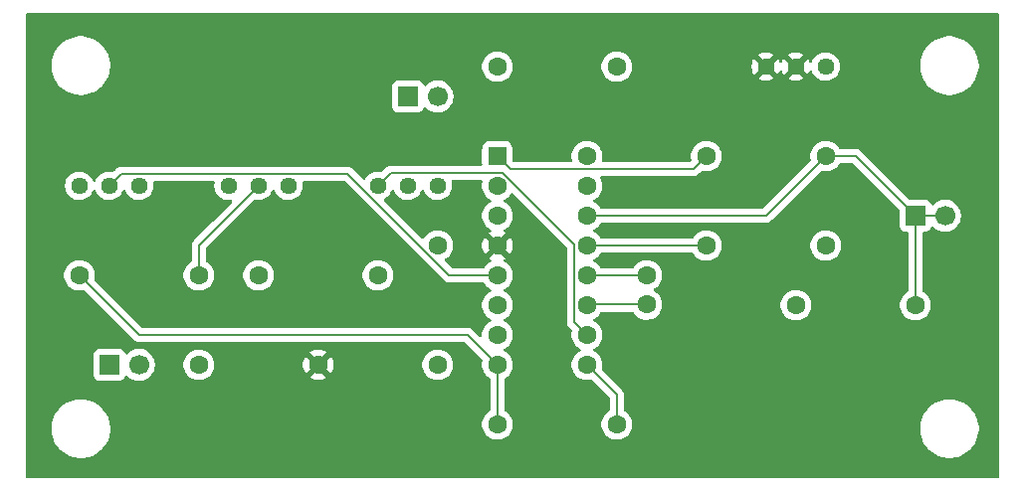
<source format=gbl>
G04 #@! TF.GenerationSoftware,KiCad,Pcbnew,9.0.7*
G04 #@! TF.CreationDate,2026-02-15T14:06:54+01:00*
G04 #@! TF.ProjectId,XR-2208,58522d32-3230-4382-9e6b-696361645f70,rev?*
G04 #@! TF.SameCoordinates,Original*
G04 #@! TF.FileFunction,Copper,L2,Bot*
G04 #@! TF.FilePolarity,Positive*
%FSLAX46Y46*%
G04 Gerber Fmt 4.6, Leading zero omitted, Abs format (unit mm)*
G04 Created by KiCad (PCBNEW 9.0.7) date 2026-02-15 14:06:54*
%MOMM*%
%LPD*%
G01*
G04 APERTURE LIST*
G04 Aperture macros list*
%AMRoundRect*
0 Rectangle with rounded corners*
0 $1 Rounding radius*
0 $2 $3 $4 $5 $6 $7 $8 $9 X,Y pos of 4 corners*
0 Add a 4 corners polygon primitive as box body*
4,1,4,$2,$3,$4,$5,$6,$7,$8,$9,$2,$3,0*
0 Add four circle primitives for the rounded corners*
1,1,$1+$1,$2,$3*
1,1,$1+$1,$4,$5*
1,1,$1+$1,$6,$7*
1,1,$1+$1,$8,$9*
0 Add four rect primitives between the rounded corners*
20,1,$1+$1,$2,$3,$4,$5,0*
20,1,$1+$1,$4,$5,$6,$7,0*
20,1,$1+$1,$6,$7,$8,$9,0*
20,1,$1+$1,$8,$9,$2,$3,0*%
G04 Aperture macros list end*
G04 #@! TA.AperFunction,ComponentPad*
%ADD10C,1.600000*%
G04 #@! TD*
G04 #@! TA.AperFunction,ComponentPad*
%ADD11C,1.440000*%
G04 #@! TD*
G04 #@! TA.AperFunction,ComponentPad*
%ADD12RoundRect,0.250000X-0.550000X-0.550000X0.550000X-0.550000X0.550000X0.550000X-0.550000X0.550000X0*%
G04 #@! TD*
G04 #@! TA.AperFunction,ComponentPad*
%ADD13R,1.700000X1.700000*%
G04 #@! TD*
G04 #@! TA.AperFunction,ComponentPad*
%ADD14C,1.700000*%
G04 #@! TD*
G04 #@! TA.AperFunction,Conductor*
%ADD15C,0.200000*%
G04 #@! TD*
G04 APERTURE END LIST*
D10*
G04 #@! TO.P,R4,1*
G04 #@! TO.N,Net-(R4-Pad1)*
X157480000Y-99060000D03*
G04 #@! TO.P,R4,2*
G04 #@! TO.N,Net-(IC1-OP+)*
X147320000Y-99060000D03*
G04 #@! TD*
G04 #@! TO.P,R1,1*
G04 #@! TO.N,Net-(R1-Pad1)*
X104140000Y-109220000D03*
G04 #@! TO.P,R1,2*
G04 #@! TO.N,GND*
X114300000Y-109220000D03*
G04 #@! TD*
D11*
G04 #@! TO.P,RV2,1,1*
G04 #@! TO.N,VCC*
X124460000Y-93980000D03*
G04 #@! TO.P,RV2,2,2*
G04 #@! TO.N,Net-(R2-Pad1)*
X121920000Y-93980000D03*
G04 #@! TO.P,RV2,3,3*
G04 #@! TO.N,VEE*
X119380000Y-93980000D03*
G04 #@! TD*
G04 #@! TO.P,RV1,1,1*
G04 #@! TO.N,Net-(J2-Pin_1)*
X99060000Y-93980000D03*
G04 #@! TO.P,RV1,2,2*
G04 #@! TO.N,Net-(IC1-Y_IN)*
X96520000Y-93980000D03*
G04 #@! TO.P,RV1,3,3*
G04 #@! TO.N,Net-(R1-Pad1)*
X93980000Y-93980000D03*
G04 #@! TD*
D10*
G04 #@! TO.P,RX1,1*
G04 #@! TO.N,Net-(IC1-X_GAIN@1)*
X129540000Y-114300000D03*
G04 #@! TO.P,RX1,2*
G04 #@! TO.N,Net-(IC1-X_GAIN@2)*
X139700000Y-114300000D03*
G04 #@! TD*
D11*
G04 #@! TO.P,RV3,1,1*
G04 #@! TO.N,VCC*
X111760000Y-93980000D03*
G04 #@! TO.P,RV3,2,2*
G04 #@! TO.N,Net-(R3-Pad1)*
X109220000Y-93980000D03*
G04 #@! TO.P,RV3,3,3*
G04 #@! TO.N,VEE*
X106680000Y-93980000D03*
G04 #@! TD*
D12*
G04 #@! TO.P,IC1,1,MULT@1*
G04 #@! TO.N,Net-(IC1-MULT@1)*
X129540000Y-91440000D03*
D10*
G04 #@! TO.P,IC1,2,MULT@2*
G04 #@! TO.N,Net-(IC1-MULT@2)*
X129540000Y-93980000D03*
G04 #@! TO.P,IC1,3,X_IN*
G04 #@! TO.N,Net-(IC1-X_IN)*
X129540000Y-96520000D03*
G04 #@! TO.P,IC1,4,COMMON*
G04 #@! TO.N,GND*
X129540000Y-99060000D03*
G04 #@! TO.P,IC1,5,Y_IN*
G04 #@! TO.N,Net-(IC1-Y_IN)*
X129540000Y-101600000D03*
G04 #@! TO.P,IC1,6,Y_GAIN@1*
G04 #@! TO.N,Net-(IC1-Y_GAIN@1)*
X129540000Y-104140000D03*
G04 #@! TO.P,IC1,7,Y_GAIN@2*
G04 #@! TO.N,Net-(IC1-Y_GAIN@2)*
X129540000Y-106680000D03*
G04 #@! TO.P,IC1,8,X_GAIN@1*
G04 #@! TO.N,Net-(IC1-X_GAIN@1)*
X129540000Y-109220000D03*
G04 #@! TO.P,IC1,9,X_GAIN@2*
G04 #@! TO.N,Net-(IC1-X_GAIN@2)*
X137160000Y-109220000D03*
G04 #@! TO.P,IC1,10,V-*
G04 #@! TO.N,VEE*
X137160000Y-106680000D03*
G04 #@! TO.P,IC1,11,OP_OUT*
G04 #@! TO.N,Net-(IC1-OP_OUT)*
X137160000Y-104140000D03*
G04 #@! TO.P,IC1,12,COMP*
G04 #@! TO.N,Net-(IC1-COMP)*
X137160000Y-101600000D03*
G04 #@! TO.P,IC1,13,OP+*
G04 #@! TO.N,Net-(IC1-OP+)*
X137160000Y-99060000D03*
G04 #@! TO.P,IC1,14,OP-*
G04 #@! TO.N,Net-(IC1-OP-)*
X137160000Y-96520000D03*
G04 #@! TO.P,IC1,15,HF_OUT*
G04 #@! TO.N,unconnected-(IC1-HF_OUT-Pad15)*
X137160000Y-93980000D03*
G04 #@! TO.P,IC1,16,V+*
G04 #@! TO.N,VCC*
X137160000Y-91440000D03*
G04 #@! TD*
G04 #@! TO.P,RY1,1*
G04 #@! TO.N,Net-(IC1-Y_GAIN@2)*
X124460000Y-109220000D03*
G04 #@! TO.P,RY1,2*
G04 #@! TO.N,Net-(IC1-Y_GAIN@1)*
X124460000Y-99060000D03*
G04 #@! TD*
G04 #@! TO.P,Ri1,1*
G04 #@! TO.N,Net-(IC1-MULT@1)*
X147320000Y-91440000D03*
G04 #@! TO.P,Ri1,2*
G04 #@! TO.N,Net-(IC1-OP-)*
X157480000Y-91440000D03*
G04 #@! TD*
G04 #@! TO.P,R2,1*
G04 #@! TO.N,Net-(R2-Pad1)*
X109220000Y-101600000D03*
G04 #@! TO.P,R2,2*
G04 #@! TO.N,Net-(IC1-Y_GAIN@2)*
X119380000Y-101600000D03*
G04 #@! TD*
D13*
G04 #@! TO.P,J2,1,Pin_1*
G04 #@! TO.N,Net-(J2-Pin_1)*
X96520000Y-109220000D03*
D14*
G04 #@! TO.P,J2,2,Pin_2*
X99060000Y-109220000D03*
G04 #@! TD*
D10*
G04 #@! TO.P,R5,1*
G04 #@! TO.N,Net-(IC1-MULT@2)*
X129540000Y-83820000D03*
G04 #@! TO.P,R5,2*
G04 #@! TO.N,Net-(IC1-OP+)*
X139700000Y-83820000D03*
G04 #@! TD*
D13*
G04 #@! TO.P,J1,1,Pin_1*
G04 #@! TO.N,Net-(IC1-X_IN)*
X121920000Y-86360000D03*
D14*
G04 #@! TO.P,J1,2,Pin_2*
X124460000Y-86360000D03*
G04 #@! TD*
D13*
G04 #@! TO.P,J3,1,Pin_1*
G04 #@! TO.N,Net-(IC1-OP-)*
X165100000Y-96520000D03*
D14*
G04 #@! TO.P,J3,2,Pin_2*
X167640000Y-96520000D03*
G04 #@! TD*
D10*
G04 #@! TO.P,Rf1,1*
G04 #@! TO.N,Net-(IC1-OP_OUT)*
X154940000Y-104140000D03*
G04 #@! TO.P,Rf1,2*
G04 #@! TO.N,Net-(IC1-OP-)*
X165100000Y-104140000D03*
G04 #@! TD*
G04 #@! TO.P,C1,1*
G04 #@! TO.N,Net-(IC1-COMP)*
X142240000Y-101600000D03*
G04 #@! TO.P,C1,2*
G04 #@! TO.N,Net-(IC1-OP_OUT)*
X142240000Y-104100000D03*
G04 #@! TD*
G04 #@! TO.P,R3,1*
G04 #@! TO.N,Net-(R3-Pad1)*
X104140000Y-101600000D03*
G04 #@! TO.P,R3,2*
G04 #@! TO.N,Net-(IC1-X_GAIN@1)*
X93980000Y-101600000D03*
G04 #@! TD*
D11*
G04 #@! TO.P,RV4,1,1*
G04 #@! TO.N,GND*
X152400000Y-83820000D03*
G04 #@! TO.P,RV4,2,2*
X154940000Y-83820000D03*
G04 #@! TO.P,RV4,3,3*
G04 #@! TO.N,Net-(R4-Pad1)*
X157480000Y-83820000D03*
G04 #@! TD*
D15*
G04 #@! TO.N,Net-(IC1-X_GAIN@2)*
X139700000Y-111760000D02*
X139700000Y-114300000D01*
X139700000Y-111760000D02*
X137160000Y-109220000D01*
G04 #@! TO.N,Net-(IC1-Y_IN)*
X125442950Y-101600000D02*
X129540000Y-101600000D01*
X116801950Y-92959000D02*
X125442950Y-101600000D01*
X96520000Y-93980000D02*
X97541000Y-92959000D01*
X97541000Y-92959000D02*
X116801950Y-92959000D01*
G04 #@! TO.N,Net-(IC1-OP+)*
X137160000Y-99060000D02*
X147320000Y-99060000D01*
G04 #@! TO.N,Net-(IC1-OP-)*
X165100000Y-96520000D02*
X165100000Y-104140000D01*
X160020000Y-91440000D02*
X165100000Y-96520000D01*
X152400000Y-96520000D02*
X137160000Y-96520000D01*
X157480000Y-91440000D02*
X152400000Y-96520000D01*
X165100000Y-96520000D02*
X167640000Y-96520000D01*
X157480000Y-91440000D02*
X160020000Y-91440000D01*
G04 #@! TO.N,Net-(IC1-OP_OUT)*
X142240000Y-104100000D02*
X137200000Y-104100000D01*
X137200000Y-104100000D02*
X137160000Y-104140000D01*
G04 #@! TO.N,Net-(IC1-COMP)*
X142240000Y-101600000D02*
X137160000Y-101600000D01*
G04 #@! TO.N,Net-(IC1-X_GAIN@1)*
X129540000Y-114300000D02*
X129540000Y-109220000D01*
X99060000Y-106680000D02*
X93980000Y-101600000D01*
X129540000Y-109220000D02*
X127000000Y-106680000D01*
X127000000Y-106680000D02*
X99060000Y-106680000D01*
G04 #@! TO.N,VEE*
X119380000Y-93980000D02*
X120481000Y-92879000D01*
X136059000Y-105579000D02*
X137160000Y-106680000D01*
X120481000Y-92879000D02*
X129996050Y-92879000D01*
X136059000Y-98941950D02*
X136059000Y-105579000D01*
X129996050Y-92879000D02*
X136059000Y-98941950D01*
G04 #@! TO.N,Net-(IC1-MULT@1)*
X146219000Y-92541000D02*
X130641000Y-92541000D01*
X130641000Y-92541000D02*
X129540000Y-91440000D01*
X147320000Y-91440000D02*
X146219000Y-92541000D01*
G04 #@! TO.N,Net-(R3-Pad1)*
X104140000Y-99060000D02*
X109220000Y-93980000D01*
X104140000Y-101600000D02*
X104140000Y-99060000D01*
G04 #@! TD*
G04 #@! TA.AperFunction,Conductor*
G04 #@! TO.N,GND*
G36*
X128231563Y-93499185D02*
G01*
X128277318Y-93551989D01*
X128287262Y-93621147D01*
X128282455Y-93641817D01*
X128271524Y-93675457D01*
X128271523Y-93675464D01*
X128239500Y-93877648D01*
X128239500Y-94082351D01*
X128271522Y-94284534D01*
X128334781Y-94479223D01*
X128427715Y-94661613D01*
X128548028Y-94827213D01*
X128692786Y-94971971D01*
X128814070Y-95060087D01*
X128858390Y-95092287D01*
X128938649Y-95133181D01*
X128951080Y-95139515D01*
X129001876Y-95187490D01*
X129018671Y-95255311D01*
X128996134Y-95321446D01*
X128951080Y-95360485D01*
X128858386Y-95407715D01*
X128692786Y-95528028D01*
X128548028Y-95672786D01*
X128427715Y-95838386D01*
X128334781Y-96020776D01*
X128271522Y-96215465D01*
X128239500Y-96417648D01*
X128239500Y-96622351D01*
X128271522Y-96824534D01*
X128334781Y-97019223D01*
X128427715Y-97201613D01*
X128548028Y-97367213D01*
X128692786Y-97511971D01*
X128858385Y-97632284D01*
X128858387Y-97632285D01*
X128858390Y-97632287D01*
X128942319Y-97675051D01*
X128951630Y-97679795D01*
X129002426Y-97727770D01*
X129019221Y-97795591D01*
X128996684Y-97861725D01*
X128951630Y-97900765D01*
X128858644Y-97948143D01*
X128814077Y-97980523D01*
X128814077Y-97980524D01*
X129493554Y-98660000D01*
X129487339Y-98660000D01*
X129385606Y-98687259D01*
X129294394Y-98739920D01*
X129219920Y-98814394D01*
X129167259Y-98905606D01*
X129140000Y-99007339D01*
X129140000Y-99013553D01*
X128460524Y-98334077D01*
X128460523Y-98334077D01*
X128428143Y-98378644D01*
X128335244Y-98560968D01*
X128272009Y-98755582D01*
X128240000Y-98957682D01*
X128240000Y-99162317D01*
X128272009Y-99364417D01*
X128335244Y-99559031D01*
X128428141Y-99741350D01*
X128428147Y-99741359D01*
X128460523Y-99785921D01*
X128460524Y-99785922D01*
X129140000Y-99106446D01*
X129140000Y-99112661D01*
X129167259Y-99214394D01*
X129219920Y-99305606D01*
X129294394Y-99380080D01*
X129385606Y-99432741D01*
X129487339Y-99460000D01*
X129493553Y-99460000D01*
X128814076Y-100139474D01*
X128858652Y-100171861D01*
X128951628Y-100219234D01*
X129002425Y-100267208D01*
X129019220Y-100335029D01*
X128996683Y-100401164D01*
X128951630Y-100440203D01*
X128858388Y-100487713D01*
X128692786Y-100608028D01*
X128548028Y-100752786D01*
X128427715Y-100918385D01*
X128420883Y-100931795D01*
X128372909Y-100982591D01*
X128310398Y-100999500D01*
X125743047Y-100999500D01*
X125676008Y-100979815D01*
X125655366Y-100963181D01*
X125078700Y-100386515D01*
X125045215Y-100325192D01*
X125050199Y-100255500D01*
X125092071Y-100199567D01*
X125110083Y-100188350D01*
X125141610Y-100172287D01*
X125186774Y-100139474D01*
X125307213Y-100051971D01*
X125307215Y-100051968D01*
X125307219Y-100051966D01*
X125451966Y-99907219D01*
X125451968Y-99907215D01*
X125451971Y-99907213D01*
X125504732Y-99834590D01*
X125572287Y-99741610D01*
X125665220Y-99559219D01*
X125728477Y-99364534D01*
X125760500Y-99162352D01*
X125760500Y-98957648D01*
X125752257Y-98905606D01*
X125728477Y-98755465D01*
X125671296Y-98579481D01*
X125665220Y-98560781D01*
X125665218Y-98560778D01*
X125665218Y-98560776D01*
X125622788Y-98477504D01*
X125572287Y-98378390D01*
X125540092Y-98334077D01*
X125451971Y-98212786D01*
X125307213Y-98068028D01*
X125141613Y-97947715D01*
X125141612Y-97947714D01*
X125141610Y-97947713D01*
X125049470Y-97900765D01*
X124959223Y-97854781D01*
X124764534Y-97791522D01*
X124589995Y-97763878D01*
X124562352Y-97759500D01*
X124357648Y-97759500D01*
X124333329Y-97763351D01*
X124155465Y-97791522D01*
X123960776Y-97854781D01*
X123778386Y-97947715D01*
X123612786Y-98068028D01*
X123468028Y-98212786D01*
X123347713Y-98378388D01*
X123331648Y-98409916D01*
X123283672Y-98460711D01*
X123215851Y-98477504D01*
X123149716Y-98454964D01*
X123133484Y-98441299D01*
X119939220Y-95247035D01*
X119905735Y-95185712D01*
X119910719Y-95116020D01*
X119952591Y-95060087D01*
X119970608Y-95048869D01*
X120019677Y-95023867D01*
X120019676Y-95023867D01*
X120019681Y-95023865D01*
X120175102Y-94910945D01*
X120310945Y-94775102D01*
X120423865Y-94619681D01*
X120511082Y-94448509D01*
X120511084Y-94448504D01*
X120532069Y-94383919D01*
X120571506Y-94326243D01*
X120635864Y-94299044D01*
X120704711Y-94310958D01*
X120756187Y-94358202D01*
X120767931Y-94383919D01*
X120788915Y-94448504D01*
X120846997Y-94562495D01*
X120876135Y-94619681D01*
X120989055Y-94775102D01*
X121124898Y-94910945D01*
X121280319Y-95023865D01*
X121414598Y-95092284D01*
X121451493Y-95111083D01*
X121519505Y-95133181D01*
X121634199Y-95170447D01*
X121823945Y-95200500D01*
X121823946Y-95200500D01*
X122016054Y-95200500D01*
X122016055Y-95200500D01*
X122205801Y-95170447D01*
X122388509Y-95111082D01*
X122559681Y-95023865D01*
X122715102Y-94910945D01*
X122850945Y-94775102D01*
X122963865Y-94619681D01*
X123051082Y-94448509D01*
X123051084Y-94448504D01*
X123072069Y-94383919D01*
X123111506Y-94326243D01*
X123175864Y-94299044D01*
X123244711Y-94310958D01*
X123296187Y-94358202D01*
X123307931Y-94383919D01*
X123328915Y-94448504D01*
X123386997Y-94562495D01*
X123416135Y-94619681D01*
X123529055Y-94775102D01*
X123664898Y-94910945D01*
X123820319Y-95023865D01*
X123954598Y-95092284D01*
X123991493Y-95111083D01*
X124059505Y-95133181D01*
X124174199Y-95170447D01*
X124363945Y-95200500D01*
X124363946Y-95200500D01*
X124556054Y-95200500D01*
X124556055Y-95200500D01*
X124745801Y-95170447D01*
X124928509Y-95111082D01*
X125099681Y-95023865D01*
X125255102Y-94910945D01*
X125390945Y-94775102D01*
X125503865Y-94619681D01*
X125591082Y-94448509D01*
X125650447Y-94265801D01*
X125680500Y-94076055D01*
X125680500Y-93883945D01*
X125650447Y-93694199D01*
X125643403Y-93672519D01*
X125633428Y-93641818D01*
X125631433Y-93571976D01*
X125667514Y-93512144D01*
X125730215Y-93481316D01*
X125751359Y-93479500D01*
X128164524Y-93479500D01*
X128231563Y-93499185D01*
G37*
G04 #@! TD.AperFunction*
G04 #@! TA.AperFunction,Conductor*
G36*
X172162539Y-79260185D02*
G01*
X172208294Y-79312989D01*
X172219500Y-79364500D01*
X172219500Y-118755500D01*
X172199815Y-118822539D01*
X172147011Y-118868294D01*
X172095500Y-118879500D01*
X89524500Y-118879500D01*
X89457461Y-118859815D01*
X89411706Y-118807011D01*
X89400500Y-118755500D01*
X89400500Y-114519568D01*
X91599500Y-114519568D01*
X91599500Y-114800431D01*
X91630942Y-115079494D01*
X91630945Y-115079512D01*
X91693439Y-115353317D01*
X91693443Y-115353329D01*
X91786200Y-115618411D01*
X91908053Y-115871442D01*
X91908055Y-115871445D01*
X92057477Y-116109248D01*
X92232584Y-116328825D01*
X92431175Y-116527416D01*
X92650752Y-116702523D01*
X92888555Y-116851945D01*
X93141592Y-116973801D01*
X93340680Y-117043465D01*
X93406670Y-117066556D01*
X93406682Y-117066560D01*
X93680491Y-117129055D01*
X93680497Y-117129055D01*
X93680505Y-117129057D01*
X93866547Y-117150018D01*
X93959569Y-117160499D01*
X93959572Y-117160500D01*
X93959575Y-117160500D01*
X94240428Y-117160500D01*
X94240429Y-117160499D01*
X94383055Y-117144429D01*
X94519494Y-117129057D01*
X94519499Y-117129056D01*
X94519509Y-117129055D01*
X94793318Y-117066560D01*
X95058408Y-116973801D01*
X95311445Y-116851945D01*
X95549248Y-116702523D01*
X95768825Y-116527416D01*
X95967416Y-116328825D01*
X96142523Y-116109248D01*
X96291945Y-115871445D01*
X96413801Y-115618408D01*
X96506560Y-115353318D01*
X96569055Y-115079509D01*
X96580086Y-114981610D01*
X96600499Y-114800431D01*
X96600500Y-114800427D01*
X96600500Y-114519572D01*
X96600499Y-114519568D01*
X96569057Y-114240505D01*
X96569054Y-114240487D01*
X96506560Y-113966682D01*
X96506556Y-113966670D01*
X96483465Y-113900680D01*
X96413801Y-113701592D01*
X96291945Y-113448555D01*
X96142523Y-113210752D01*
X95967416Y-112991175D01*
X95768825Y-112792584D01*
X95549248Y-112617477D01*
X95311445Y-112468055D01*
X95311442Y-112468053D01*
X95058411Y-112346200D01*
X94793329Y-112253443D01*
X94793317Y-112253439D01*
X94519512Y-112190945D01*
X94519494Y-112190942D01*
X94240431Y-112159500D01*
X94240425Y-112159500D01*
X93959575Y-112159500D01*
X93959568Y-112159500D01*
X93680505Y-112190942D01*
X93680487Y-112190945D01*
X93406682Y-112253439D01*
X93406670Y-112253443D01*
X93141588Y-112346200D01*
X92888557Y-112468053D01*
X92650753Y-112617476D01*
X92431175Y-112792583D01*
X92232583Y-112991175D01*
X92057476Y-113210753D01*
X91908053Y-113448557D01*
X91786200Y-113701588D01*
X91693443Y-113966670D01*
X91693439Y-113966682D01*
X91630945Y-114240487D01*
X91630942Y-114240505D01*
X91599500Y-114519568D01*
X89400500Y-114519568D01*
X89400500Y-108322135D01*
X95169500Y-108322135D01*
X95169500Y-110117870D01*
X95169501Y-110117876D01*
X95175908Y-110177483D01*
X95226202Y-110312328D01*
X95226206Y-110312335D01*
X95312452Y-110427544D01*
X95312455Y-110427547D01*
X95427664Y-110513793D01*
X95427671Y-110513797D01*
X95562517Y-110564091D01*
X95562516Y-110564091D01*
X95569444Y-110564835D01*
X95622127Y-110570500D01*
X97417872Y-110570499D01*
X97477483Y-110564091D01*
X97612331Y-110513796D01*
X97727546Y-110427546D01*
X97813796Y-110312331D01*
X97862810Y-110180916D01*
X97904681Y-110124984D01*
X97970145Y-110100566D01*
X98038418Y-110115417D01*
X98066673Y-110136569D01*
X98180213Y-110250109D01*
X98352179Y-110375048D01*
X98352181Y-110375049D01*
X98352184Y-110375051D01*
X98541588Y-110471557D01*
X98743757Y-110537246D01*
X98953713Y-110570500D01*
X98953714Y-110570500D01*
X99166286Y-110570500D01*
X99166287Y-110570500D01*
X99376243Y-110537246D01*
X99578412Y-110471557D01*
X99767816Y-110375051D01*
X99854138Y-110312335D01*
X99939786Y-110250109D01*
X99939788Y-110250106D01*
X99939792Y-110250104D01*
X100090104Y-110099792D01*
X100090106Y-110099788D01*
X100090109Y-110099786D01*
X100215048Y-109927820D01*
X100215047Y-109927820D01*
X100215051Y-109927816D01*
X100311557Y-109738412D01*
X100377246Y-109536243D01*
X100410500Y-109326287D01*
X100410500Y-109117648D01*
X102839500Y-109117648D01*
X102839500Y-109322351D01*
X102871522Y-109524534D01*
X102934781Y-109719223D01*
X102998691Y-109844653D01*
X103027585Y-109901359D01*
X103027715Y-109901613D01*
X103148028Y-110067213D01*
X103292786Y-110211971D01*
X103430928Y-110312335D01*
X103458390Y-110332287D01*
X103542319Y-110375051D01*
X103640776Y-110425218D01*
X103640778Y-110425218D01*
X103640781Y-110425220D01*
X103715818Y-110449601D01*
X103835465Y-110488477D01*
X103936557Y-110504488D01*
X104037648Y-110520500D01*
X104037649Y-110520500D01*
X104242351Y-110520500D01*
X104242352Y-110520500D01*
X104444534Y-110488477D01*
X104639219Y-110425220D01*
X104821610Y-110332287D01*
X104934726Y-110250104D01*
X104987213Y-110211971D01*
X104987215Y-110211968D01*
X104987219Y-110211966D01*
X105131966Y-110067219D01*
X105131968Y-110067215D01*
X105131971Y-110067213D01*
X105184732Y-109994590D01*
X105252287Y-109901610D01*
X105345220Y-109719219D01*
X105408477Y-109524534D01*
X105440500Y-109322352D01*
X105440500Y-109117682D01*
X113000000Y-109117682D01*
X113000000Y-109322317D01*
X113032009Y-109524417D01*
X113095244Y-109719031D01*
X113188141Y-109901350D01*
X113188147Y-109901359D01*
X113220523Y-109945921D01*
X113220524Y-109945922D01*
X113900000Y-109266446D01*
X113900000Y-109272661D01*
X113927259Y-109374394D01*
X113979920Y-109465606D01*
X114054394Y-109540080D01*
X114145606Y-109592741D01*
X114247339Y-109620000D01*
X114253553Y-109620000D01*
X113574076Y-110299474D01*
X113618650Y-110331859D01*
X113800968Y-110424755D01*
X113995582Y-110487990D01*
X114197683Y-110520000D01*
X114402317Y-110520000D01*
X114604417Y-110487990D01*
X114799031Y-110424755D01*
X114981349Y-110331859D01*
X115025921Y-110299474D01*
X114346447Y-109620000D01*
X114352661Y-109620000D01*
X114454394Y-109592741D01*
X114545606Y-109540080D01*
X114620080Y-109465606D01*
X114672741Y-109374394D01*
X114700000Y-109272661D01*
X114700000Y-109266448D01*
X115379474Y-109945922D01*
X115379474Y-109945921D01*
X115411859Y-109901349D01*
X115504755Y-109719031D01*
X115567990Y-109524417D01*
X115600000Y-109322317D01*
X115600000Y-109117682D01*
X115599995Y-109117648D01*
X123159500Y-109117648D01*
X123159500Y-109322351D01*
X123191522Y-109524534D01*
X123254781Y-109719223D01*
X123318691Y-109844653D01*
X123347585Y-109901359D01*
X123347715Y-109901613D01*
X123468028Y-110067213D01*
X123612786Y-110211971D01*
X123750928Y-110312335D01*
X123778390Y-110332287D01*
X123862319Y-110375051D01*
X123960776Y-110425218D01*
X123960778Y-110425218D01*
X123960781Y-110425220D01*
X124035818Y-110449601D01*
X124155465Y-110488477D01*
X124256557Y-110504488D01*
X124357648Y-110520500D01*
X124357649Y-110520500D01*
X124562351Y-110520500D01*
X124562352Y-110520500D01*
X124764534Y-110488477D01*
X124959219Y-110425220D01*
X125141610Y-110332287D01*
X125254726Y-110250104D01*
X125307213Y-110211971D01*
X125307215Y-110211968D01*
X125307219Y-110211966D01*
X125451966Y-110067219D01*
X125451968Y-110067215D01*
X125451971Y-110067213D01*
X125504732Y-109994590D01*
X125572287Y-109901610D01*
X125665220Y-109719219D01*
X125728477Y-109524534D01*
X125760500Y-109322352D01*
X125760500Y-109117648D01*
X125752257Y-109065606D01*
X125728477Y-108915465D01*
X125682888Y-108775157D01*
X125665220Y-108720781D01*
X125665218Y-108720778D01*
X125665218Y-108720776D01*
X125631503Y-108654607D01*
X125572287Y-108538390D01*
X125564556Y-108527749D01*
X125451971Y-108372786D01*
X125307213Y-108228028D01*
X125141613Y-108107715D01*
X125141612Y-108107714D01*
X125141610Y-108107713D01*
X125057681Y-108064949D01*
X124959223Y-108014781D01*
X124764534Y-107951522D01*
X124589995Y-107923878D01*
X124562352Y-107919500D01*
X124357648Y-107919500D01*
X124333329Y-107923351D01*
X124155465Y-107951522D01*
X123960776Y-108014781D01*
X123778386Y-108107715D01*
X123612786Y-108228028D01*
X123468028Y-108372786D01*
X123347715Y-108538386D01*
X123254781Y-108720776D01*
X123191522Y-108915465D01*
X123159500Y-109117648D01*
X115599995Y-109117648D01*
X115567990Y-108915582D01*
X115504755Y-108720968D01*
X115411859Y-108538650D01*
X115379474Y-108494077D01*
X115379474Y-108494076D01*
X114700000Y-109173551D01*
X114700000Y-109167339D01*
X114672741Y-109065606D01*
X114620080Y-108974394D01*
X114545606Y-108899920D01*
X114454394Y-108847259D01*
X114352661Y-108820000D01*
X114346446Y-108820000D01*
X115025922Y-108140524D01*
X115025921Y-108140523D01*
X114981359Y-108108147D01*
X114981350Y-108108141D01*
X114799031Y-108015244D01*
X114604417Y-107952009D01*
X114402317Y-107920000D01*
X114197683Y-107920000D01*
X113995582Y-107952009D01*
X113800968Y-108015244D01*
X113618644Y-108108143D01*
X113574077Y-108140523D01*
X113574077Y-108140524D01*
X114253554Y-108820000D01*
X114247339Y-108820000D01*
X114145606Y-108847259D01*
X114054394Y-108899920D01*
X113979920Y-108974394D01*
X113927259Y-109065606D01*
X113900000Y-109167339D01*
X113900000Y-109173553D01*
X113220524Y-108494077D01*
X113220523Y-108494077D01*
X113188143Y-108538644D01*
X113095244Y-108720968D01*
X113032009Y-108915582D01*
X113000000Y-109117682D01*
X105440500Y-109117682D01*
X105440500Y-109117648D01*
X105432257Y-109065606D01*
X105408477Y-108915465D01*
X105362888Y-108775157D01*
X105345220Y-108720781D01*
X105345218Y-108720778D01*
X105345218Y-108720776D01*
X105311503Y-108654607D01*
X105252287Y-108538390D01*
X105244556Y-108527749D01*
X105131971Y-108372786D01*
X104987213Y-108228028D01*
X104821613Y-108107715D01*
X104821612Y-108107714D01*
X104821610Y-108107713D01*
X104737681Y-108064949D01*
X104639223Y-108014781D01*
X104444534Y-107951522D01*
X104269995Y-107923878D01*
X104242352Y-107919500D01*
X104037648Y-107919500D01*
X104013329Y-107923351D01*
X103835465Y-107951522D01*
X103640776Y-108014781D01*
X103458386Y-108107715D01*
X103292786Y-108228028D01*
X103148028Y-108372786D01*
X103027715Y-108538386D01*
X102934781Y-108720776D01*
X102871522Y-108915465D01*
X102839500Y-109117648D01*
X100410500Y-109117648D01*
X100410500Y-109113713D01*
X100377246Y-108903757D01*
X100311557Y-108701588D01*
X100215051Y-108512184D01*
X100215049Y-108512181D01*
X100215048Y-108512179D01*
X100090109Y-108340213D01*
X99939786Y-108189890D01*
X99767820Y-108064951D01*
X99578414Y-107968444D01*
X99578413Y-107968443D01*
X99578412Y-107968443D01*
X99376243Y-107902754D01*
X99376241Y-107902753D01*
X99376240Y-107902753D01*
X99214957Y-107877208D01*
X99166287Y-107869500D01*
X98953713Y-107869500D01*
X98905042Y-107877208D01*
X98743760Y-107902753D01*
X98541585Y-107968444D01*
X98352179Y-108064951D01*
X98180215Y-108189889D01*
X98066673Y-108303431D01*
X98005350Y-108336915D01*
X97935658Y-108331931D01*
X97879725Y-108290059D01*
X97862810Y-108259082D01*
X97813797Y-108127671D01*
X97813793Y-108127664D01*
X97727547Y-108012455D01*
X97727544Y-108012452D01*
X97612335Y-107926206D01*
X97612328Y-107926202D01*
X97477482Y-107875908D01*
X97477483Y-107875908D01*
X97417883Y-107869501D01*
X97417881Y-107869500D01*
X97417873Y-107869500D01*
X97417864Y-107869500D01*
X95622129Y-107869500D01*
X95622123Y-107869501D01*
X95562516Y-107875908D01*
X95427671Y-107926202D01*
X95427664Y-107926206D01*
X95312455Y-108012452D01*
X95312452Y-108012455D01*
X95226206Y-108127664D01*
X95226202Y-108127671D01*
X95175908Y-108262517D01*
X95169501Y-108322116D01*
X95169500Y-108322135D01*
X89400500Y-108322135D01*
X89400500Y-101497648D01*
X92679500Y-101497648D01*
X92679500Y-101702351D01*
X92711522Y-101904534D01*
X92774781Y-102099223D01*
X92867715Y-102281613D01*
X92988028Y-102447213D01*
X93132786Y-102591971D01*
X93287749Y-102704556D01*
X93298390Y-102712287D01*
X93391080Y-102759515D01*
X93480776Y-102805218D01*
X93480778Y-102805218D01*
X93480781Y-102805220D01*
X93585137Y-102839127D01*
X93675465Y-102868477D01*
X93694697Y-102871523D01*
X93877648Y-102900500D01*
X93877649Y-102900500D01*
X94082351Y-102900500D01*
X94082352Y-102900500D01*
X94284534Y-102868477D01*
X94298842Y-102863827D01*
X94368682Y-102861831D01*
X94424842Y-102894077D01*
X98575139Y-107044374D01*
X98575149Y-107044385D01*
X98579479Y-107048715D01*
X98579480Y-107048716D01*
X98691284Y-107160520D01*
X98778095Y-107210639D01*
X98778097Y-107210641D01*
X98816151Y-107232611D01*
X98828215Y-107239577D01*
X98980943Y-107280501D01*
X98980946Y-107280501D01*
X99146653Y-107280501D01*
X99146669Y-107280500D01*
X126699903Y-107280500D01*
X126766942Y-107300185D01*
X126787584Y-107316819D01*
X128245922Y-108775157D01*
X128279407Y-108836480D01*
X128276173Y-108901154D01*
X128274365Y-108906717D01*
X128271522Y-108915468D01*
X128239500Y-109117648D01*
X128239500Y-109322351D01*
X128271522Y-109524534D01*
X128334781Y-109719223D01*
X128398691Y-109844653D01*
X128427585Y-109901359D01*
X128427715Y-109901613D01*
X128548028Y-110067213D01*
X128548034Y-110067219D01*
X128692781Y-110211966D01*
X128858390Y-110332287D01*
X128871793Y-110339116D01*
X128922589Y-110387088D01*
X128939500Y-110449601D01*
X128939500Y-113070397D01*
X128919815Y-113137436D01*
X128871800Y-113180879D01*
X128858389Y-113187712D01*
X128692786Y-113308028D01*
X128548028Y-113452786D01*
X128427715Y-113618386D01*
X128334781Y-113800776D01*
X128271522Y-113995465D01*
X128239500Y-114197648D01*
X128239500Y-114402351D01*
X128271522Y-114604534D01*
X128334781Y-114799223D01*
X128427715Y-114981613D01*
X128548028Y-115147213D01*
X128692786Y-115291971D01*
X128847749Y-115404556D01*
X128858390Y-115412287D01*
X128974607Y-115471503D01*
X129040776Y-115505218D01*
X129040778Y-115505218D01*
X129040781Y-115505220D01*
X129145137Y-115539127D01*
X129235465Y-115568477D01*
X129336557Y-115584488D01*
X129437648Y-115600500D01*
X129437649Y-115600500D01*
X129642351Y-115600500D01*
X129642352Y-115600500D01*
X129844534Y-115568477D01*
X130039219Y-115505220D01*
X130221610Y-115412287D01*
X130314590Y-115344732D01*
X130387213Y-115291971D01*
X130387215Y-115291968D01*
X130387219Y-115291966D01*
X130531966Y-115147219D01*
X130531968Y-115147215D01*
X130531971Y-115147213D01*
X130584732Y-115074590D01*
X130652287Y-114981610D01*
X130744602Y-114800431D01*
X130745218Y-114799223D01*
X130745218Y-114799222D01*
X130745220Y-114799219D01*
X130808477Y-114604534D01*
X130840500Y-114402352D01*
X130840500Y-114197648D01*
X130808477Y-113995466D01*
X130745220Y-113800781D01*
X130745218Y-113800778D01*
X130745218Y-113800776D01*
X130711503Y-113734607D01*
X130652287Y-113618390D01*
X130580637Y-113519771D01*
X130531971Y-113452786D01*
X130387213Y-113308028D01*
X130221610Y-113187712D01*
X130208200Y-113180879D01*
X130157406Y-113132903D01*
X130140500Y-113070397D01*
X130140500Y-110449601D01*
X130160185Y-110382562D01*
X130208206Y-110339116D01*
X130221610Y-110332287D01*
X130387219Y-110211966D01*
X130531966Y-110067219D01*
X130531968Y-110067215D01*
X130531971Y-110067213D01*
X130584732Y-109994590D01*
X130652287Y-109901610D01*
X130745220Y-109719219D01*
X130808477Y-109524534D01*
X130840500Y-109322352D01*
X130840500Y-109117648D01*
X130832257Y-109065606D01*
X130808477Y-108915465D01*
X130762888Y-108775157D01*
X130745220Y-108720781D01*
X130745218Y-108720778D01*
X130745218Y-108720776D01*
X130711503Y-108654607D01*
X130652287Y-108538390D01*
X130644556Y-108527749D01*
X130531971Y-108372786D01*
X130387213Y-108228028D01*
X130221614Y-108107715D01*
X130215006Y-108104348D01*
X130128917Y-108060483D01*
X130078123Y-108012511D01*
X130061328Y-107944690D01*
X130083865Y-107878555D01*
X130128917Y-107839516D01*
X130221610Y-107792287D01*
X130242770Y-107776913D01*
X130387213Y-107671971D01*
X130387215Y-107671968D01*
X130387219Y-107671966D01*
X130531966Y-107527219D01*
X130531968Y-107527215D01*
X130531971Y-107527213D01*
X130584732Y-107454590D01*
X130652287Y-107361610D01*
X130745220Y-107179219D01*
X130808477Y-106984534D01*
X130840500Y-106782352D01*
X130840500Y-106577648D01*
X130808477Y-106375466D01*
X130745220Y-106180781D01*
X130745218Y-106180778D01*
X130745218Y-106180776D01*
X130711503Y-106114607D01*
X130652287Y-105998390D01*
X130634661Y-105974130D01*
X130531968Y-105832783D01*
X130387213Y-105688028D01*
X130221614Y-105567715D01*
X130215006Y-105564348D01*
X130128917Y-105520483D01*
X130078123Y-105472511D01*
X130061328Y-105404690D01*
X130083865Y-105338555D01*
X130128917Y-105299516D01*
X130221610Y-105252287D01*
X130276670Y-105212284D01*
X130387213Y-105131971D01*
X130387215Y-105131968D01*
X130387219Y-105131966D01*
X130531966Y-104987219D01*
X130531968Y-104987215D01*
X130531971Y-104987213D01*
X130584732Y-104914590D01*
X130652287Y-104821610D01*
X130745220Y-104639219D01*
X130808477Y-104444534D01*
X130840500Y-104242352D01*
X130840500Y-104037648D01*
X130808477Y-103835466D01*
X130745220Y-103640781D01*
X130745218Y-103640778D01*
X130745218Y-103640776D01*
X130711503Y-103574607D01*
X130652287Y-103458390D01*
X130623222Y-103418385D01*
X130531971Y-103292786D01*
X130387213Y-103148028D01*
X130221614Y-103027715D01*
X130215006Y-103024348D01*
X130128917Y-102980483D01*
X130078123Y-102932511D01*
X130061328Y-102864690D01*
X130083865Y-102798555D01*
X130128917Y-102759516D01*
X130221610Y-102712287D01*
X130242770Y-102696913D01*
X130387213Y-102591971D01*
X130387215Y-102591968D01*
X130387219Y-102591966D01*
X130531966Y-102447219D01*
X130531968Y-102447215D01*
X130531971Y-102447213D01*
X130584732Y-102374590D01*
X130652287Y-102281610D01*
X130745220Y-102099219D01*
X130808477Y-101904534D01*
X130840500Y-101702352D01*
X130840500Y-101497648D01*
X130808477Y-101295466D01*
X130745220Y-101100781D01*
X130745218Y-101100778D01*
X130745218Y-101100776D01*
X130711503Y-101034607D01*
X130652287Y-100918390D01*
X130644556Y-100907749D01*
X130531971Y-100752786D01*
X130387213Y-100608028D01*
X130221611Y-100487713D01*
X130128369Y-100440203D01*
X130077574Y-100392229D01*
X130060779Y-100324407D01*
X130083317Y-100258273D01*
X130128371Y-100219234D01*
X130221346Y-100171861D01*
X130221347Y-100171861D01*
X130265921Y-100139474D01*
X129586447Y-99460000D01*
X129592661Y-99460000D01*
X129694394Y-99432741D01*
X129785606Y-99380080D01*
X129860080Y-99305606D01*
X129912741Y-99214394D01*
X129940000Y-99112661D01*
X129940000Y-99106447D01*
X130619474Y-99785921D01*
X130651859Y-99741349D01*
X130744755Y-99559031D01*
X130807990Y-99364417D01*
X130840000Y-99162317D01*
X130840000Y-98957682D01*
X130807990Y-98755582D01*
X130744755Y-98560968D01*
X130651859Y-98378650D01*
X130619474Y-98334077D01*
X130619474Y-98334076D01*
X129940000Y-99013551D01*
X129940000Y-99007339D01*
X129912741Y-98905606D01*
X129860080Y-98814394D01*
X129785606Y-98739920D01*
X129694394Y-98687259D01*
X129592661Y-98660000D01*
X129586446Y-98660000D01*
X130265922Y-97980524D01*
X130265921Y-97980523D01*
X130221359Y-97948147D01*
X130221350Y-97948141D01*
X130128369Y-97900765D01*
X130077573Y-97852790D01*
X130060778Y-97784969D01*
X130083315Y-97718835D01*
X130128370Y-97679795D01*
X130137681Y-97675051D01*
X130221610Y-97632287D01*
X130271144Y-97596298D01*
X130387213Y-97511971D01*
X130387215Y-97511968D01*
X130387219Y-97511966D01*
X130531966Y-97367219D01*
X130531968Y-97367215D01*
X130531971Y-97367213D01*
X130633247Y-97227816D01*
X130652287Y-97201610D01*
X130745220Y-97019219D01*
X130808477Y-96824534D01*
X130840500Y-96622352D01*
X130840500Y-96417648D01*
X130808477Y-96215466D01*
X130804673Y-96203760D01*
X130761244Y-96070097D01*
X130745220Y-96020781D01*
X130745218Y-96020778D01*
X130745218Y-96020776D01*
X130711503Y-95954607D01*
X130652287Y-95838390D01*
X130644556Y-95827749D01*
X130531971Y-95672786D01*
X130387213Y-95528028D01*
X130221614Y-95407715D01*
X130206337Y-95399931D01*
X130128917Y-95360483D01*
X130078123Y-95312511D01*
X130061328Y-95244690D01*
X130083865Y-95178555D01*
X130128917Y-95139516D01*
X130221610Y-95092287D01*
X130315787Y-95023864D01*
X130387213Y-94971971D01*
X130387215Y-94971968D01*
X130387219Y-94971966D01*
X130531966Y-94827219D01*
X130531968Y-94827215D01*
X130531971Y-94827213D01*
X130652284Y-94661614D01*
X130652285Y-94661613D01*
X130652287Y-94661610D01*
X130668349Y-94630085D01*
X130716323Y-94579290D01*
X130784144Y-94562495D01*
X130850279Y-94585032D01*
X130866515Y-94598700D01*
X135422181Y-99154366D01*
X135455666Y-99215689D01*
X135458500Y-99242047D01*
X135458500Y-105492330D01*
X135458499Y-105492348D01*
X135458499Y-105658054D01*
X135458498Y-105658054D01*
X135458499Y-105658057D01*
X135499423Y-105810785D01*
X135512123Y-105832781D01*
X135556361Y-105909404D01*
X135578479Y-105947715D01*
X135697349Y-106066585D01*
X135697355Y-106066590D01*
X135865922Y-106235157D01*
X135899407Y-106296480D01*
X135896173Y-106361155D01*
X135891522Y-106375468D01*
X135859500Y-106577648D01*
X135859500Y-106782351D01*
X135891522Y-106984534D01*
X135954781Y-107179223D01*
X136047715Y-107361613D01*
X136168028Y-107527213D01*
X136312786Y-107671971D01*
X136467749Y-107784556D01*
X136478390Y-107792287D01*
X136569840Y-107838883D01*
X136571080Y-107839515D01*
X136621876Y-107887490D01*
X136638671Y-107955311D01*
X136616134Y-108021446D01*
X136571080Y-108060485D01*
X136478386Y-108107715D01*
X136312786Y-108228028D01*
X136168028Y-108372786D01*
X136047715Y-108538386D01*
X135954781Y-108720776D01*
X135891522Y-108915465D01*
X135859500Y-109117648D01*
X135859500Y-109322351D01*
X135891522Y-109524534D01*
X135954781Y-109719223D01*
X136018691Y-109844653D01*
X136047585Y-109901359D01*
X136047715Y-109901613D01*
X136168028Y-110067213D01*
X136312786Y-110211971D01*
X136450928Y-110312335D01*
X136478390Y-110332287D01*
X136562319Y-110375051D01*
X136660776Y-110425218D01*
X136660778Y-110425218D01*
X136660781Y-110425220D01*
X136735818Y-110449601D01*
X136855465Y-110488477D01*
X136956557Y-110504488D01*
X137057648Y-110520500D01*
X137057649Y-110520500D01*
X137262351Y-110520500D01*
X137262352Y-110520500D01*
X137464534Y-110488477D01*
X137478842Y-110483827D01*
X137548682Y-110481831D01*
X137604842Y-110514077D01*
X139063181Y-111972416D01*
X139096666Y-112033739D01*
X139099500Y-112060097D01*
X139099500Y-113070397D01*
X139079815Y-113137436D01*
X139031800Y-113180879D01*
X139018389Y-113187712D01*
X138852786Y-113308028D01*
X138708028Y-113452786D01*
X138587715Y-113618386D01*
X138494781Y-113800776D01*
X138431522Y-113995465D01*
X138399500Y-114197648D01*
X138399500Y-114402351D01*
X138431522Y-114604534D01*
X138494781Y-114799223D01*
X138587715Y-114981613D01*
X138708028Y-115147213D01*
X138852786Y-115291971D01*
X139007749Y-115404556D01*
X139018390Y-115412287D01*
X139134607Y-115471503D01*
X139200776Y-115505218D01*
X139200778Y-115505218D01*
X139200781Y-115505220D01*
X139305137Y-115539127D01*
X139395465Y-115568477D01*
X139496557Y-115584488D01*
X139597648Y-115600500D01*
X139597649Y-115600500D01*
X139802351Y-115600500D01*
X139802352Y-115600500D01*
X140004534Y-115568477D01*
X140199219Y-115505220D01*
X140381610Y-115412287D01*
X140474590Y-115344732D01*
X140547213Y-115291971D01*
X140547215Y-115291968D01*
X140547219Y-115291966D01*
X140691966Y-115147219D01*
X140691968Y-115147215D01*
X140691971Y-115147213D01*
X140744732Y-115074590D01*
X140812287Y-114981610D01*
X140904602Y-114800431D01*
X140905218Y-114799223D01*
X140905218Y-114799222D01*
X140905220Y-114799219D01*
X140968477Y-114604534D01*
X140978326Y-114542351D01*
X140981935Y-114519568D01*
X165499500Y-114519568D01*
X165499500Y-114800431D01*
X165530942Y-115079494D01*
X165530945Y-115079512D01*
X165593439Y-115353317D01*
X165593443Y-115353329D01*
X165686200Y-115618411D01*
X165808053Y-115871442D01*
X165808055Y-115871445D01*
X165957477Y-116109248D01*
X166132584Y-116328825D01*
X166331175Y-116527416D01*
X166550752Y-116702523D01*
X166788555Y-116851945D01*
X167041592Y-116973801D01*
X167240680Y-117043465D01*
X167306670Y-117066556D01*
X167306682Y-117066560D01*
X167580491Y-117129055D01*
X167580497Y-117129055D01*
X167580505Y-117129057D01*
X167766547Y-117150018D01*
X167859569Y-117160499D01*
X167859572Y-117160500D01*
X167859575Y-117160500D01*
X168140428Y-117160500D01*
X168140429Y-117160499D01*
X168283055Y-117144429D01*
X168419494Y-117129057D01*
X168419499Y-117129056D01*
X168419509Y-117129055D01*
X168693318Y-117066560D01*
X168958408Y-116973801D01*
X169211445Y-116851945D01*
X169449248Y-116702523D01*
X169668825Y-116527416D01*
X169867416Y-116328825D01*
X170042523Y-116109248D01*
X170191945Y-115871445D01*
X170313801Y-115618408D01*
X170406560Y-115353318D01*
X170469055Y-115079509D01*
X170480086Y-114981610D01*
X170500499Y-114800431D01*
X170500500Y-114800427D01*
X170500500Y-114519572D01*
X170500499Y-114519568D01*
X170469057Y-114240505D01*
X170469054Y-114240487D01*
X170406560Y-113966682D01*
X170406556Y-113966670D01*
X170383465Y-113900680D01*
X170313801Y-113701592D01*
X170191945Y-113448555D01*
X170042523Y-113210752D01*
X169867416Y-112991175D01*
X169668825Y-112792584D01*
X169449248Y-112617477D01*
X169211445Y-112468055D01*
X169211442Y-112468053D01*
X168958411Y-112346200D01*
X168693329Y-112253443D01*
X168693317Y-112253439D01*
X168419512Y-112190945D01*
X168419494Y-112190942D01*
X168140431Y-112159500D01*
X168140425Y-112159500D01*
X167859575Y-112159500D01*
X167859568Y-112159500D01*
X167580505Y-112190942D01*
X167580487Y-112190945D01*
X167306682Y-112253439D01*
X167306670Y-112253443D01*
X167041588Y-112346200D01*
X166788557Y-112468053D01*
X166550753Y-112617476D01*
X166331175Y-112792583D01*
X166132583Y-112991175D01*
X165957476Y-113210753D01*
X165808053Y-113448557D01*
X165686200Y-113701588D01*
X165593443Y-113966670D01*
X165593439Y-113966682D01*
X165530945Y-114240487D01*
X165530942Y-114240505D01*
X165499500Y-114519568D01*
X140981935Y-114519568D01*
X140985557Y-114496698D01*
X141000500Y-114402351D01*
X141000500Y-114197648D01*
X140968477Y-113995465D01*
X140905218Y-113800776D01*
X140871503Y-113734607D01*
X140812287Y-113618390D01*
X140740637Y-113519771D01*
X140691971Y-113452786D01*
X140547213Y-113308028D01*
X140381610Y-113187712D01*
X140368200Y-113180879D01*
X140317406Y-113132903D01*
X140300500Y-113070397D01*
X140300500Y-111680945D01*
X140300500Y-111680943D01*
X140259577Y-111528216D01*
X140259573Y-111528209D01*
X140180524Y-111391290D01*
X140180521Y-111391286D01*
X140180520Y-111391284D01*
X140068716Y-111279480D01*
X140068715Y-111279479D01*
X140064385Y-111275149D01*
X140064374Y-111275139D01*
X138454077Y-109664842D01*
X138420592Y-109603519D01*
X138423828Y-109538841D01*
X138424672Y-109536243D01*
X138428477Y-109524534D01*
X138460500Y-109322352D01*
X138460500Y-109117648D01*
X138452257Y-109065606D01*
X138428477Y-108915465D01*
X138382888Y-108775157D01*
X138365220Y-108720781D01*
X138365218Y-108720778D01*
X138365218Y-108720776D01*
X138331503Y-108654607D01*
X138272287Y-108538390D01*
X138264556Y-108527749D01*
X138151971Y-108372786D01*
X138007213Y-108228028D01*
X137841614Y-108107715D01*
X137835006Y-108104348D01*
X137748917Y-108060483D01*
X137698123Y-108012511D01*
X137681328Y-107944690D01*
X137703865Y-107878555D01*
X137748917Y-107839516D01*
X137841610Y-107792287D01*
X137862770Y-107776913D01*
X138007213Y-107671971D01*
X138007215Y-107671968D01*
X138007219Y-107671966D01*
X138151966Y-107527219D01*
X138151968Y-107527215D01*
X138151971Y-107527213D01*
X138204732Y-107454590D01*
X138272287Y-107361610D01*
X138365220Y-107179219D01*
X138428477Y-106984534D01*
X138460500Y-106782352D01*
X138460500Y-106577648D01*
X138428477Y-106375466D01*
X138365220Y-106180781D01*
X138365218Y-106180778D01*
X138365218Y-106180776D01*
X138331503Y-106114607D01*
X138272287Y-105998390D01*
X138254661Y-105974130D01*
X138151968Y-105832783D01*
X138007213Y-105688028D01*
X137841614Y-105567715D01*
X137835006Y-105564348D01*
X137748917Y-105520483D01*
X137698123Y-105472511D01*
X137681328Y-105404690D01*
X137703865Y-105338555D01*
X137748917Y-105299516D01*
X137841610Y-105252287D01*
X137896670Y-105212284D01*
X138007213Y-105131971D01*
X138007215Y-105131968D01*
X138007219Y-105131966D01*
X138151966Y-104987219D01*
X138151968Y-104987215D01*
X138151971Y-104987213D01*
X138272284Y-104821614D01*
X138272285Y-104821613D01*
X138272287Y-104821610D01*
X138299498Y-104768204D01*
X138347472Y-104717409D01*
X138409983Y-104700500D01*
X141010398Y-104700500D01*
X141077437Y-104720185D01*
X141120883Y-104768205D01*
X141127715Y-104781614D01*
X141248028Y-104947213D01*
X141392786Y-105091971D01*
X141547749Y-105204556D01*
X141558390Y-105212287D01*
X141674607Y-105271503D01*
X141740776Y-105305218D01*
X141740778Y-105305218D01*
X141740781Y-105305220D01*
X141843376Y-105338555D01*
X141935465Y-105368477D01*
X142036557Y-105384488D01*
X142137648Y-105400500D01*
X142137649Y-105400500D01*
X142342351Y-105400500D01*
X142342352Y-105400500D01*
X142544534Y-105368477D01*
X142739219Y-105305220D01*
X142921610Y-105212287D01*
X143014590Y-105144732D01*
X143087213Y-105091971D01*
X143087215Y-105091968D01*
X143087219Y-105091966D01*
X143231966Y-104947219D01*
X143231968Y-104947215D01*
X143231971Y-104947213D01*
X143284732Y-104874590D01*
X143352287Y-104781610D01*
X143445220Y-104599219D01*
X143508477Y-104404534D01*
X143540500Y-104202352D01*
X143540500Y-104037648D01*
X153639500Y-104037648D01*
X153639500Y-104242351D01*
X153671522Y-104444534D01*
X153734781Y-104639223D01*
X153776034Y-104720185D01*
X153807333Y-104781613D01*
X153827715Y-104821613D01*
X153948028Y-104987213D01*
X154092786Y-105131971D01*
X154203330Y-105212284D01*
X154258390Y-105252287D01*
X154351080Y-105299515D01*
X154440776Y-105345218D01*
X154440778Y-105345218D01*
X154440781Y-105345220D01*
X154512359Y-105368477D01*
X154635465Y-105408477D01*
X154654697Y-105411523D01*
X154837648Y-105440500D01*
X154837649Y-105440500D01*
X155042351Y-105440500D01*
X155042352Y-105440500D01*
X155244534Y-105408477D01*
X155439219Y-105345220D01*
X155621610Y-105252287D01*
X155714590Y-105184732D01*
X155787213Y-105131971D01*
X155787215Y-105131968D01*
X155787219Y-105131966D01*
X155931966Y-104987219D01*
X155931968Y-104987215D01*
X155931971Y-104987213D01*
X155984732Y-104914590D01*
X156052287Y-104821610D01*
X156145220Y-104639219D01*
X156208477Y-104444534D01*
X156240500Y-104242352D01*
X156240500Y-104037648D01*
X156208477Y-103835466D01*
X156145220Y-103640781D01*
X156145218Y-103640778D01*
X156145218Y-103640776D01*
X156111503Y-103574607D01*
X156052287Y-103458390D01*
X156023222Y-103418385D01*
X155931971Y-103292786D01*
X155787213Y-103148028D01*
X155621613Y-103027715D01*
X155621612Y-103027714D01*
X155621610Y-103027713D01*
X155543106Y-102987713D01*
X155439223Y-102934781D01*
X155244534Y-102871522D01*
X155047693Y-102840346D01*
X155042352Y-102839500D01*
X154837648Y-102839500D01*
X154832307Y-102840346D01*
X154635465Y-102871522D01*
X154440776Y-102934781D01*
X154258386Y-103027715D01*
X154092786Y-103148028D01*
X153948028Y-103292786D01*
X153827715Y-103458386D01*
X153734781Y-103640776D01*
X153671522Y-103835465D01*
X153639500Y-104037648D01*
X143540500Y-104037648D01*
X143540500Y-103997648D01*
X143508477Y-103795465D01*
X143445218Y-103600776D01*
X143411503Y-103534607D01*
X143352287Y-103418390D01*
X143344556Y-103407749D01*
X143231971Y-103252786D01*
X143087213Y-103108028D01*
X142921613Y-102987715D01*
X142921612Y-102987714D01*
X142921610Y-102987713D01*
X142868171Y-102960484D01*
X142817376Y-102912510D01*
X142800581Y-102844689D01*
X142823118Y-102778554D01*
X142868172Y-102739515D01*
X142921610Y-102712287D01*
X143014590Y-102644732D01*
X143087213Y-102591971D01*
X143087215Y-102591968D01*
X143087219Y-102591966D01*
X143231966Y-102447219D01*
X143231968Y-102447215D01*
X143231971Y-102447213D01*
X143284732Y-102374590D01*
X143352287Y-102281610D01*
X143445220Y-102099219D01*
X143508477Y-101904534D01*
X143540500Y-101702352D01*
X143540500Y-101497648D01*
X143508477Y-101295466D01*
X143445220Y-101100781D01*
X143445218Y-101100778D01*
X143445218Y-101100776D01*
X143411503Y-101034607D01*
X143352287Y-100918390D01*
X143344556Y-100907749D01*
X143231971Y-100752786D01*
X143087213Y-100608028D01*
X142921613Y-100487715D01*
X142921612Y-100487714D01*
X142921610Y-100487713D01*
X142864653Y-100458691D01*
X142739223Y-100394781D01*
X142544534Y-100331522D01*
X142369995Y-100303878D01*
X142342352Y-100299500D01*
X142137648Y-100299500D01*
X142113329Y-100303351D01*
X141935465Y-100331522D01*
X141740776Y-100394781D01*
X141558386Y-100487715D01*
X141392786Y-100608028D01*
X141248028Y-100752786D01*
X141127715Y-100918385D01*
X141120883Y-100931795D01*
X141072909Y-100982591D01*
X141010398Y-100999500D01*
X138389602Y-100999500D01*
X138322563Y-100979815D01*
X138279117Y-100931795D01*
X138272284Y-100918385D01*
X138151971Y-100752786D01*
X138007213Y-100608028D01*
X137841614Y-100487715D01*
X137835006Y-100484348D01*
X137748917Y-100440483D01*
X137698123Y-100392511D01*
X137681328Y-100324690D01*
X137703865Y-100258555D01*
X137748917Y-100219516D01*
X137841610Y-100172287D01*
X137886774Y-100139474D01*
X138007213Y-100051971D01*
X138007215Y-100051968D01*
X138007219Y-100051966D01*
X138151966Y-99907219D01*
X138151968Y-99907215D01*
X138151971Y-99907213D01*
X138272284Y-99741614D01*
X138272285Y-99741613D01*
X138272287Y-99741610D01*
X138279117Y-99728204D01*
X138327091Y-99677409D01*
X138389602Y-99660500D01*
X146090398Y-99660500D01*
X146157437Y-99680185D01*
X146200883Y-99728205D01*
X146207715Y-99741614D01*
X146328028Y-99907213D01*
X146472786Y-100051971D01*
X146593226Y-100139474D01*
X146638390Y-100172287D01*
X146730529Y-100219234D01*
X146820776Y-100265218D01*
X146820778Y-100265218D01*
X146820781Y-100265220D01*
X146925137Y-100299127D01*
X147015465Y-100328477D01*
X147116557Y-100344488D01*
X147217648Y-100360500D01*
X147217649Y-100360500D01*
X147422351Y-100360500D01*
X147422352Y-100360500D01*
X147624534Y-100328477D01*
X147819219Y-100265220D01*
X148001610Y-100172287D01*
X148094590Y-100104732D01*
X148167213Y-100051971D01*
X148167215Y-100051968D01*
X148167219Y-100051966D01*
X148311966Y-99907219D01*
X148311968Y-99907215D01*
X148311971Y-99907213D01*
X148364732Y-99834590D01*
X148432287Y-99741610D01*
X148525220Y-99559219D01*
X148588477Y-99364534D01*
X148620500Y-99162352D01*
X148620500Y-98957648D01*
X156179500Y-98957648D01*
X156179500Y-99162351D01*
X156211522Y-99364534D01*
X156274781Y-99559223D01*
X156326385Y-99660500D01*
X156367585Y-99741359D01*
X156367715Y-99741613D01*
X156488028Y-99907213D01*
X156632786Y-100051971D01*
X156753226Y-100139474D01*
X156798390Y-100172287D01*
X156890529Y-100219234D01*
X156980776Y-100265218D01*
X156980778Y-100265218D01*
X156980781Y-100265220D01*
X157085137Y-100299127D01*
X157175465Y-100328477D01*
X157276557Y-100344488D01*
X157377648Y-100360500D01*
X157377649Y-100360500D01*
X157582351Y-100360500D01*
X157582352Y-100360500D01*
X157784534Y-100328477D01*
X157979219Y-100265220D01*
X158161610Y-100172287D01*
X158254590Y-100104732D01*
X158327213Y-100051971D01*
X158327215Y-100051968D01*
X158327219Y-100051966D01*
X158471966Y-99907219D01*
X158471968Y-99907215D01*
X158471971Y-99907213D01*
X158524732Y-99834590D01*
X158592287Y-99741610D01*
X158685220Y-99559219D01*
X158748477Y-99364534D01*
X158780500Y-99162352D01*
X158780500Y-98957648D01*
X158772257Y-98905606D01*
X158748477Y-98755465D01*
X158691296Y-98579481D01*
X158685220Y-98560781D01*
X158685218Y-98560778D01*
X158685218Y-98560776D01*
X158642788Y-98477504D01*
X158592287Y-98378390D01*
X158560092Y-98334077D01*
X158471971Y-98212786D01*
X158327213Y-98068028D01*
X158161613Y-97947715D01*
X158161612Y-97947714D01*
X158161610Y-97947713D01*
X158069470Y-97900765D01*
X157979223Y-97854781D01*
X157784534Y-97791522D01*
X157609995Y-97763878D01*
X157582352Y-97759500D01*
X157377648Y-97759500D01*
X157353329Y-97763351D01*
X157175465Y-97791522D01*
X156980776Y-97854781D01*
X156798386Y-97947715D01*
X156632786Y-98068028D01*
X156488028Y-98212786D01*
X156367715Y-98378386D01*
X156274781Y-98560776D01*
X156211522Y-98755465D01*
X156179500Y-98957648D01*
X148620500Y-98957648D01*
X148612257Y-98905606D01*
X148588477Y-98755465D01*
X148531296Y-98579481D01*
X148525220Y-98560781D01*
X148525218Y-98560778D01*
X148525218Y-98560776D01*
X148482788Y-98477504D01*
X148432287Y-98378390D01*
X148400092Y-98334077D01*
X148311971Y-98212786D01*
X148167213Y-98068028D01*
X148001613Y-97947715D01*
X148001612Y-97947714D01*
X148001610Y-97947713D01*
X147909470Y-97900765D01*
X147819223Y-97854781D01*
X147624534Y-97791522D01*
X147449995Y-97763878D01*
X147422352Y-97759500D01*
X147217648Y-97759500D01*
X147193329Y-97763351D01*
X147015465Y-97791522D01*
X146820776Y-97854781D01*
X146638386Y-97947715D01*
X146472786Y-98068028D01*
X146328028Y-98212786D01*
X146207715Y-98378385D01*
X146200883Y-98391795D01*
X146152909Y-98442591D01*
X146090398Y-98459500D01*
X138389602Y-98459500D01*
X138322563Y-98439815D01*
X138279117Y-98391795D01*
X138272284Y-98378385D01*
X138151971Y-98212786D01*
X138007213Y-98068028D01*
X137841614Y-97947715D01*
X137801861Y-97927460D01*
X137748917Y-97900483D01*
X137698123Y-97852511D01*
X137681328Y-97784690D01*
X137703865Y-97718555D01*
X137748917Y-97679516D01*
X137841610Y-97632287D01*
X137869081Y-97612328D01*
X138007213Y-97511971D01*
X138007215Y-97511968D01*
X138007219Y-97511966D01*
X138151966Y-97367219D01*
X138151968Y-97367215D01*
X138151971Y-97367213D01*
X138272284Y-97201614D01*
X138272285Y-97201613D01*
X138272287Y-97201610D01*
X138279117Y-97188204D01*
X138327091Y-97137409D01*
X138389602Y-97120500D01*
X152313331Y-97120500D01*
X152313347Y-97120501D01*
X152320943Y-97120501D01*
X152479054Y-97120501D01*
X152479057Y-97120501D01*
X152631785Y-97079577D01*
X152681904Y-97050639D01*
X152768716Y-97000520D01*
X152880520Y-96888716D01*
X152880520Y-96888714D01*
X152890728Y-96878507D01*
X152890730Y-96878504D01*
X157035158Y-92734075D01*
X157096479Y-92700592D01*
X157161151Y-92703825D01*
X157175466Y-92708477D01*
X157377648Y-92740500D01*
X157377649Y-92740500D01*
X157582351Y-92740500D01*
X157582352Y-92740500D01*
X157784534Y-92708477D01*
X157979219Y-92645220D01*
X158161610Y-92552287D01*
X158263196Y-92478481D01*
X158327213Y-92431971D01*
X158327215Y-92431968D01*
X158327219Y-92431966D01*
X158471966Y-92287219D01*
X158471968Y-92287215D01*
X158471971Y-92287213D01*
X158592284Y-92121614D01*
X158592285Y-92121613D01*
X158592287Y-92121610D01*
X158599117Y-92108204D01*
X158647091Y-92057409D01*
X158709602Y-92040500D01*
X159719903Y-92040500D01*
X159786942Y-92060185D01*
X159807584Y-92076819D01*
X163713181Y-95982416D01*
X163746666Y-96043739D01*
X163749500Y-96070097D01*
X163749500Y-97417870D01*
X163749501Y-97417876D01*
X163755908Y-97477483D01*
X163806202Y-97612328D01*
X163806206Y-97612335D01*
X163892452Y-97727544D01*
X163892455Y-97727547D01*
X164007664Y-97813793D01*
X164007671Y-97813797D01*
X164025643Y-97820500D01*
X164142517Y-97864091D01*
X164202127Y-97870500D01*
X164375500Y-97870499D01*
X164442539Y-97890183D01*
X164488294Y-97942987D01*
X164499500Y-97994499D01*
X164499500Y-102910397D01*
X164479815Y-102977436D01*
X164431800Y-103020879D01*
X164418389Y-103027712D01*
X164252786Y-103148028D01*
X164108028Y-103292786D01*
X163987715Y-103458386D01*
X163894781Y-103640776D01*
X163831522Y-103835465D01*
X163799500Y-104037648D01*
X163799500Y-104242351D01*
X163831522Y-104444534D01*
X163894781Y-104639223D01*
X163936034Y-104720185D01*
X163967333Y-104781613D01*
X163987715Y-104821613D01*
X164108028Y-104987213D01*
X164252786Y-105131971D01*
X164363330Y-105212284D01*
X164418390Y-105252287D01*
X164511080Y-105299515D01*
X164600776Y-105345218D01*
X164600778Y-105345218D01*
X164600781Y-105345220D01*
X164672359Y-105368477D01*
X164795465Y-105408477D01*
X164814697Y-105411523D01*
X164997648Y-105440500D01*
X164997649Y-105440500D01*
X165202351Y-105440500D01*
X165202352Y-105440500D01*
X165404534Y-105408477D01*
X165599219Y-105345220D01*
X165781610Y-105252287D01*
X165874590Y-105184732D01*
X165947213Y-105131971D01*
X165947215Y-105131968D01*
X165947219Y-105131966D01*
X166091966Y-104987219D01*
X166091968Y-104987215D01*
X166091971Y-104987213D01*
X166144732Y-104914590D01*
X166212287Y-104821610D01*
X166305220Y-104639219D01*
X166368477Y-104444534D01*
X166400500Y-104242352D01*
X166400500Y-104037648D01*
X166368477Y-103835466D01*
X166305220Y-103640781D01*
X166305218Y-103640778D01*
X166305218Y-103640776D01*
X166271503Y-103574607D01*
X166212287Y-103458390D01*
X166183222Y-103418385D01*
X166091971Y-103292786D01*
X165947213Y-103148028D01*
X165781610Y-103027712D01*
X165768200Y-103020879D01*
X165717406Y-102972903D01*
X165700500Y-102910397D01*
X165700500Y-97994499D01*
X165720185Y-97927460D01*
X165772989Y-97881705D01*
X165824500Y-97870499D01*
X165997871Y-97870499D01*
X165997872Y-97870499D01*
X166057483Y-97864091D01*
X166192331Y-97813796D01*
X166307546Y-97727546D01*
X166393796Y-97612331D01*
X166442810Y-97480916D01*
X166484681Y-97424984D01*
X166550145Y-97400566D01*
X166618418Y-97415417D01*
X166646673Y-97436569D01*
X166760213Y-97550109D01*
X166932179Y-97675048D01*
X166932181Y-97675049D01*
X166932184Y-97675051D01*
X167121588Y-97771557D01*
X167323757Y-97837246D01*
X167533713Y-97870500D01*
X167533714Y-97870500D01*
X167746286Y-97870500D01*
X167746287Y-97870500D01*
X167956243Y-97837246D01*
X168158412Y-97771557D01*
X168347816Y-97675051D01*
X168406676Y-97632287D01*
X168519786Y-97550109D01*
X168519788Y-97550106D01*
X168519792Y-97550104D01*
X168670104Y-97399792D01*
X168670106Y-97399788D01*
X168670109Y-97399786D01*
X168795048Y-97227820D01*
X168795047Y-97227820D01*
X168795051Y-97227816D01*
X168891557Y-97038412D01*
X168957246Y-96836243D01*
X168990500Y-96626287D01*
X168990500Y-96413713D01*
X168957246Y-96203757D01*
X168891557Y-96001588D01*
X168795051Y-95812184D01*
X168795049Y-95812181D01*
X168795048Y-95812179D01*
X168670109Y-95640213D01*
X168519786Y-95489890D01*
X168347820Y-95364951D01*
X168158414Y-95268444D01*
X168158413Y-95268443D01*
X168158412Y-95268443D01*
X167956243Y-95202754D01*
X167956241Y-95202753D01*
X167956240Y-95202753D01*
X167794957Y-95177208D01*
X167746287Y-95169500D01*
X167533713Y-95169500D01*
X167485042Y-95177208D01*
X167323760Y-95202753D01*
X167121585Y-95268444D01*
X166932179Y-95364951D01*
X166760215Y-95489889D01*
X166646673Y-95603431D01*
X166585350Y-95636915D01*
X166515658Y-95631931D01*
X166459725Y-95590059D01*
X166442810Y-95559082D01*
X166393797Y-95427671D01*
X166393793Y-95427664D01*
X166307547Y-95312455D01*
X166307544Y-95312452D01*
X166192335Y-95226206D01*
X166192328Y-95226202D01*
X166057482Y-95175908D01*
X166057483Y-95175908D01*
X165997883Y-95169501D01*
X165997881Y-95169500D01*
X165997873Y-95169500D01*
X165997865Y-95169500D01*
X164650097Y-95169500D01*
X164583058Y-95149815D01*
X164562416Y-95133181D01*
X160507590Y-91078355D01*
X160507588Y-91078352D01*
X160388717Y-90959481D01*
X160388716Y-90959480D01*
X160301904Y-90909360D01*
X160301904Y-90909359D01*
X160301900Y-90909358D01*
X160251785Y-90880423D01*
X160099057Y-90839499D01*
X159940943Y-90839499D01*
X159933347Y-90839499D01*
X159933331Y-90839500D01*
X158709602Y-90839500D01*
X158642563Y-90819815D01*
X158599117Y-90771795D01*
X158592284Y-90758385D01*
X158471971Y-90592786D01*
X158327213Y-90448028D01*
X158161613Y-90327715D01*
X158161612Y-90327714D01*
X158161610Y-90327713D01*
X158101898Y-90297288D01*
X157979223Y-90234781D01*
X157784534Y-90171522D01*
X157609995Y-90143878D01*
X157582352Y-90139500D01*
X157377648Y-90139500D01*
X157353329Y-90143351D01*
X157175465Y-90171522D01*
X156980776Y-90234781D01*
X156798386Y-90327715D01*
X156632786Y-90448028D01*
X156488028Y-90592786D01*
X156367715Y-90758386D01*
X156274781Y-90940776D01*
X156211522Y-91135465D01*
X156179500Y-91337648D01*
X156179500Y-91542351D01*
X156211522Y-91744534D01*
X156216173Y-91758848D01*
X156218165Y-91828690D01*
X156185921Y-91884842D01*
X152187584Y-95883181D01*
X152126261Y-95916666D01*
X152099903Y-95919500D01*
X138389602Y-95919500D01*
X138322563Y-95899815D01*
X138279117Y-95851795D01*
X138272284Y-95838385D01*
X138151971Y-95672786D01*
X138007213Y-95528028D01*
X137841614Y-95407715D01*
X137826337Y-95399931D01*
X137748917Y-95360483D01*
X137698123Y-95312511D01*
X137681328Y-95244690D01*
X137703865Y-95178555D01*
X137748917Y-95139516D01*
X137841610Y-95092287D01*
X137935787Y-95023864D01*
X138007213Y-94971971D01*
X138007215Y-94971968D01*
X138007219Y-94971966D01*
X138151966Y-94827219D01*
X138151968Y-94827215D01*
X138151971Y-94827213D01*
X138204732Y-94754590D01*
X138272287Y-94661610D01*
X138365220Y-94479219D01*
X138428477Y-94284534D01*
X138460500Y-94082352D01*
X138460500Y-93877648D01*
X138428477Y-93675466D01*
X138428476Y-93675464D01*
X138394851Y-93571976D01*
X138365220Y-93480781D01*
X138365218Y-93480778D01*
X138365218Y-93480776D01*
X138284212Y-93321795D01*
X138271316Y-93253126D01*
X138297592Y-93188386D01*
X138354698Y-93148128D01*
X138394697Y-93141500D01*
X146132331Y-93141500D01*
X146132347Y-93141501D01*
X146139943Y-93141501D01*
X146298054Y-93141501D01*
X146298057Y-93141501D01*
X146450785Y-93100577D01*
X146500904Y-93071639D01*
X146587716Y-93021520D01*
X146699520Y-92909716D01*
X146699520Y-92909714D01*
X146709728Y-92899507D01*
X146709730Y-92899504D01*
X146875158Y-92734075D01*
X146936479Y-92700592D01*
X147001151Y-92703825D01*
X147015466Y-92708477D01*
X147217648Y-92740500D01*
X147217649Y-92740500D01*
X147422351Y-92740500D01*
X147422352Y-92740500D01*
X147624534Y-92708477D01*
X147819219Y-92645220D01*
X148001610Y-92552287D01*
X148103196Y-92478481D01*
X148167213Y-92431971D01*
X148167215Y-92431968D01*
X148167219Y-92431966D01*
X148311966Y-92287219D01*
X148311968Y-92287215D01*
X148311971Y-92287213D01*
X148367638Y-92210592D01*
X148432287Y-92121610D01*
X148525220Y-91939219D01*
X148588477Y-91744534D01*
X148620500Y-91542352D01*
X148620500Y-91337648D01*
X148588477Y-91135466D01*
X148525220Y-90940781D01*
X148525218Y-90940778D01*
X148525218Y-90940776D01*
X148473865Y-90839991D01*
X148432287Y-90758390D01*
X148416892Y-90737200D01*
X148311971Y-90592786D01*
X148167213Y-90448028D01*
X148001613Y-90327715D01*
X148001612Y-90327714D01*
X148001610Y-90327713D01*
X147941898Y-90297288D01*
X147819223Y-90234781D01*
X147624534Y-90171522D01*
X147449995Y-90143878D01*
X147422352Y-90139500D01*
X147217648Y-90139500D01*
X147193329Y-90143351D01*
X147015465Y-90171522D01*
X146820776Y-90234781D01*
X146638386Y-90327715D01*
X146472786Y-90448028D01*
X146328028Y-90592786D01*
X146207715Y-90758386D01*
X146114781Y-90940776D01*
X146051522Y-91135465D01*
X146019500Y-91337648D01*
X146019500Y-91542351D01*
X146051523Y-91744535D01*
X146056172Y-91758845D01*
X146056605Y-91774052D01*
X146061924Y-91788308D01*
X146057582Y-91808269D01*
X146058165Y-91828687D01*
X146050078Y-91842770D01*
X146047075Y-91856581D01*
X146025926Y-91884837D01*
X146006588Y-91904177D01*
X145945266Y-91937665D01*
X145918902Y-91940500D01*
X138535476Y-91940500D01*
X138468437Y-91920815D01*
X138422682Y-91868011D01*
X138412738Y-91798853D01*
X138417545Y-91778183D01*
X138428475Y-91744542D01*
X138428475Y-91744538D01*
X138428477Y-91744534D01*
X138460500Y-91542352D01*
X138460500Y-91337648D01*
X138428477Y-91135466D01*
X138365220Y-90940781D01*
X138365218Y-90940778D01*
X138365218Y-90940776D01*
X138313865Y-90839991D01*
X138272287Y-90758390D01*
X138256892Y-90737200D01*
X138151971Y-90592786D01*
X138007213Y-90448028D01*
X137841613Y-90327715D01*
X137841612Y-90327714D01*
X137841610Y-90327713D01*
X137781898Y-90297288D01*
X137659223Y-90234781D01*
X137464534Y-90171522D01*
X137289995Y-90143878D01*
X137262352Y-90139500D01*
X137057648Y-90139500D01*
X137033329Y-90143351D01*
X136855465Y-90171522D01*
X136660776Y-90234781D01*
X136478386Y-90327715D01*
X136312786Y-90448028D01*
X136168028Y-90592786D01*
X136047715Y-90758386D01*
X135954781Y-90940776D01*
X135891522Y-91135465D01*
X135859500Y-91337648D01*
X135859500Y-91542351D01*
X135891523Y-91744535D01*
X135891524Y-91744542D01*
X135902455Y-91778183D01*
X135904450Y-91848024D01*
X135868369Y-91907856D01*
X135805668Y-91938684D01*
X135784524Y-91940500D01*
X130964499Y-91940500D01*
X130897460Y-91920815D01*
X130851705Y-91868011D01*
X130840499Y-91816500D01*
X130840499Y-90839998D01*
X130840498Y-90839981D01*
X130829999Y-90737203D01*
X130829998Y-90737200D01*
X130774814Y-90570666D01*
X130682712Y-90421344D01*
X130558656Y-90297288D01*
X130409334Y-90205186D01*
X130242797Y-90150001D01*
X130242795Y-90150000D01*
X130140010Y-90139500D01*
X128939998Y-90139500D01*
X128939981Y-90139501D01*
X128837203Y-90150000D01*
X128837200Y-90150001D01*
X128670668Y-90205185D01*
X128670663Y-90205187D01*
X128521342Y-90297289D01*
X128397289Y-90421342D01*
X128305187Y-90570663D01*
X128305186Y-90570666D01*
X128250001Y-90737203D01*
X128250001Y-90737204D01*
X128250000Y-90737204D01*
X128239500Y-90839983D01*
X128239500Y-92040001D01*
X128239501Y-92040019D01*
X128249909Y-92141899D01*
X128237139Y-92210592D01*
X128189258Y-92261476D01*
X128126551Y-92278500D01*
X120401943Y-92278500D01*
X120249213Y-92319423D01*
X120212709Y-92340500D01*
X120212708Y-92340500D01*
X120112287Y-92398477D01*
X120112282Y-92398481D01*
X120000478Y-92510286D01*
X119758310Y-92752453D01*
X119696987Y-92785938D01*
X119651231Y-92787245D01*
X119533520Y-92768601D01*
X119476055Y-92759500D01*
X119283945Y-92759500D01*
X119220696Y-92769517D01*
X119094197Y-92789553D01*
X118911493Y-92848916D01*
X118740318Y-92936135D01*
X118651645Y-93000560D01*
X118584898Y-93049055D01*
X118584896Y-93049057D01*
X118584895Y-93049057D01*
X118449057Y-93184895D01*
X118449057Y-93184896D01*
X118449055Y-93184898D01*
X118392595Y-93262608D01*
X118336133Y-93340321D01*
X118311129Y-93389394D01*
X118263154Y-93440189D01*
X118195333Y-93456984D01*
X118129198Y-93434446D01*
X118112964Y-93420779D01*
X117289540Y-92597355D01*
X117289538Y-92597352D01*
X117170667Y-92478481D01*
X117170666Y-92478480D01*
X117083854Y-92428360D01*
X117083854Y-92428359D01*
X117083850Y-92428358D01*
X117033735Y-92399423D01*
X116881007Y-92358499D01*
X116722893Y-92358499D01*
X116715297Y-92358499D01*
X116715281Y-92358500D01*
X97627669Y-92358500D01*
X97627653Y-92358499D01*
X97620057Y-92358499D01*
X97461943Y-92358499D01*
X97354587Y-92387265D01*
X97309210Y-92399424D01*
X97309209Y-92399425D01*
X97259096Y-92428359D01*
X97259095Y-92428360D01*
X97252841Y-92431971D01*
X97172285Y-92478479D01*
X97172282Y-92478481D01*
X97060480Y-92590283D01*
X97060480Y-92590284D01*
X97060478Y-92590286D01*
X96970418Y-92680346D01*
X96898310Y-92752454D01*
X96836987Y-92785938D01*
X96791231Y-92787245D01*
X96673520Y-92768601D01*
X96616055Y-92759500D01*
X96423945Y-92759500D01*
X96360696Y-92769517D01*
X96234197Y-92789553D01*
X96051493Y-92848916D01*
X95880318Y-92936135D01*
X95791645Y-93000560D01*
X95724898Y-93049055D01*
X95724896Y-93049057D01*
X95724895Y-93049057D01*
X95589057Y-93184895D01*
X95589057Y-93184896D01*
X95589055Y-93184898D01*
X95586521Y-93188386D01*
X95476135Y-93340318D01*
X95388916Y-93511493D01*
X95367931Y-93576081D01*
X95328494Y-93633756D01*
X95264135Y-93660955D01*
X95195289Y-93649041D01*
X95143813Y-93601797D01*
X95132069Y-93576081D01*
X95111083Y-93511493D01*
X95083309Y-93456984D01*
X95023865Y-93340319D01*
X94910945Y-93184898D01*
X94775102Y-93049055D01*
X94619681Y-92936135D01*
X94547795Y-92899507D01*
X94448506Y-92848916D01*
X94265802Y-92789553D01*
X94170928Y-92774526D01*
X94076055Y-92759500D01*
X93883945Y-92759500D01*
X93820696Y-92769517D01*
X93694197Y-92789553D01*
X93511493Y-92848916D01*
X93340318Y-92936135D01*
X93251645Y-93000560D01*
X93184898Y-93049055D01*
X93184896Y-93049057D01*
X93184895Y-93049057D01*
X93049057Y-93184895D01*
X93049057Y-93184896D01*
X93049055Y-93184898D01*
X93046521Y-93188386D01*
X92936135Y-93340318D01*
X92848916Y-93511493D01*
X92789553Y-93694197D01*
X92788175Y-93702898D01*
X92759500Y-93883945D01*
X92759500Y-94076055D01*
X92774526Y-94170928D01*
X92789553Y-94265802D01*
X92848916Y-94448506D01*
X92906997Y-94562495D01*
X92936135Y-94619681D01*
X93049055Y-94775102D01*
X93184898Y-94910945D01*
X93340319Y-95023865D01*
X93474598Y-95092284D01*
X93511493Y-95111083D01*
X93579505Y-95133181D01*
X93694199Y-95170447D01*
X93883945Y-95200500D01*
X93883946Y-95200500D01*
X94076054Y-95200500D01*
X94076055Y-95200500D01*
X94265801Y-95170447D01*
X94448509Y-95111082D01*
X94619681Y-95023865D01*
X94775102Y-94910945D01*
X94910945Y-94775102D01*
X95023865Y-94619681D01*
X95111082Y-94448509D01*
X95111084Y-94448504D01*
X95132069Y-94383919D01*
X95171506Y-94326243D01*
X95235864Y-94299044D01*
X95304711Y-94310958D01*
X95356187Y-94358202D01*
X95367931Y-94383919D01*
X95388915Y-94448504D01*
X95446997Y-94562495D01*
X95476135Y-94619681D01*
X95589055Y-94775102D01*
X95724898Y-94910945D01*
X95880319Y-95023865D01*
X96014598Y-95092284D01*
X96051493Y-95111083D01*
X96119505Y-95133181D01*
X96234199Y-95170447D01*
X96423945Y-95200500D01*
X96423946Y-95200500D01*
X96616054Y-95200500D01*
X96616055Y-95200500D01*
X96805801Y-95170447D01*
X96988509Y-95111082D01*
X97159681Y-95023865D01*
X97315102Y-94910945D01*
X97450945Y-94775102D01*
X97563865Y-94619681D01*
X97651082Y-94448509D01*
X97651084Y-94448504D01*
X97672069Y-94383919D01*
X97711506Y-94326243D01*
X97775864Y-94299044D01*
X97844711Y-94310958D01*
X97896187Y-94358202D01*
X97907931Y-94383919D01*
X97928915Y-94448504D01*
X97986997Y-94562495D01*
X98016135Y-94619681D01*
X98129055Y-94775102D01*
X98264898Y-94910945D01*
X98420319Y-95023865D01*
X98554598Y-95092284D01*
X98591493Y-95111083D01*
X98659505Y-95133181D01*
X98774199Y-95170447D01*
X98963945Y-95200500D01*
X98963946Y-95200500D01*
X99156054Y-95200500D01*
X99156055Y-95200500D01*
X99345801Y-95170447D01*
X99528509Y-95111082D01*
X99699681Y-95023865D01*
X99855102Y-94910945D01*
X99990945Y-94775102D01*
X100103865Y-94619681D01*
X100191082Y-94448509D01*
X100250447Y-94265801D01*
X100280500Y-94076055D01*
X100280500Y-93883945D01*
X100251825Y-93702898D01*
X100260780Y-93633604D01*
X100305776Y-93580152D01*
X100372527Y-93559513D01*
X100374298Y-93559500D01*
X105365702Y-93559500D01*
X105432741Y-93579185D01*
X105478496Y-93631989D01*
X105488440Y-93701147D01*
X105488175Y-93702898D01*
X105459500Y-93883945D01*
X105459500Y-94076055D01*
X105474526Y-94170928D01*
X105489553Y-94265802D01*
X105548916Y-94448506D01*
X105606997Y-94562495D01*
X105636135Y-94619681D01*
X105749055Y-94775102D01*
X105884898Y-94910945D01*
X106040319Y-95023865D01*
X106174598Y-95092284D01*
X106211493Y-95111083D01*
X106279505Y-95133181D01*
X106394199Y-95170447D01*
X106583945Y-95200500D01*
X106583946Y-95200500D01*
X106776053Y-95200500D01*
X106776055Y-95200500D01*
X106843754Y-95189777D01*
X106913046Y-95198731D01*
X106966498Y-95243727D01*
X106987138Y-95310478D01*
X106968414Y-95377792D01*
X106950832Y-95399931D01*
X105350245Y-97000519D01*
X103771286Y-98579478D01*
X103771284Y-98579480D01*
X103715382Y-98635382D01*
X103659480Y-98691283D01*
X103654518Y-98699878D01*
X103648579Y-98710166D01*
X103580423Y-98828215D01*
X103539499Y-98980943D01*
X103539499Y-98980945D01*
X103539499Y-99149046D01*
X103539500Y-99149059D01*
X103539500Y-100370397D01*
X103519815Y-100437436D01*
X103471800Y-100480879D01*
X103458389Y-100487712D01*
X103292786Y-100608028D01*
X103148028Y-100752786D01*
X103027715Y-100918386D01*
X102934781Y-101100776D01*
X102871522Y-101295465D01*
X102839500Y-101497648D01*
X102839500Y-101702351D01*
X102871522Y-101904534D01*
X102934781Y-102099223D01*
X103027715Y-102281613D01*
X103148028Y-102447213D01*
X103292786Y-102591971D01*
X103447749Y-102704556D01*
X103458390Y-102712287D01*
X103551080Y-102759515D01*
X103640776Y-102805218D01*
X103640778Y-102805218D01*
X103640781Y-102805220D01*
X103745137Y-102839127D01*
X103835465Y-102868477D01*
X103854697Y-102871523D01*
X104037648Y-102900500D01*
X104037649Y-102900500D01*
X104242351Y-102900500D01*
X104242352Y-102900500D01*
X104444534Y-102868477D01*
X104639219Y-102805220D01*
X104821610Y-102712287D01*
X104914590Y-102644732D01*
X104987213Y-102591971D01*
X104987215Y-102591968D01*
X104987219Y-102591966D01*
X105131966Y-102447219D01*
X105131968Y-102447215D01*
X105131971Y-102447213D01*
X105184732Y-102374590D01*
X105252287Y-102281610D01*
X105345220Y-102099219D01*
X105408477Y-101904534D01*
X105440500Y-101702352D01*
X105440500Y-101497648D01*
X107919500Y-101497648D01*
X107919500Y-101702351D01*
X107951522Y-101904534D01*
X108014781Y-102099223D01*
X108107715Y-102281613D01*
X108228028Y-102447213D01*
X108372786Y-102591971D01*
X108527749Y-102704556D01*
X108538390Y-102712287D01*
X108631080Y-102759515D01*
X108720776Y-102805218D01*
X108720778Y-102805218D01*
X108720781Y-102805220D01*
X108825137Y-102839127D01*
X108915465Y-102868477D01*
X108934697Y-102871523D01*
X109117648Y-102900500D01*
X109117649Y-102900500D01*
X109322351Y-102900500D01*
X109322352Y-102900500D01*
X109524534Y-102868477D01*
X109719219Y-102805220D01*
X109901610Y-102712287D01*
X109994590Y-102644732D01*
X110067213Y-102591971D01*
X110067215Y-102591968D01*
X110067219Y-102591966D01*
X110211966Y-102447219D01*
X110211968Y-102447215D01*
X110211971Y-102447213D01*
X110264732Y-102374590D01*
X110332287Y-102281610D01*
X110425220Y-102099219D01*
X110488477Y-101904534D01*
X110520500Y-101702352D01*
X110520500Y-101497648D01*
X118079500Y-101497648D01*
X118079500Y-101702351D01*
X118111522Y-101904534D01*
X118174781Y-102099223D01*
X118267715Y-102281613D01*
X118388028Y-102447213D01*
X118532786Y-102591971D01*
X118687749Y-102704556D01*
X118698390Y-102712287D01*
X118791080Y-102759515D01*
X118880776Y-102805218D01*
X118880778Y-102805218D01*
X118880781Y-102805220D01*
X118985137Y-102839127D01*
X119075465Y-102868477D01*
X119094697Y-102871523D01*
X119277648Y-102900500D01*
X119277649Y-102900500D01*
X119482351Y-102900500D01*
X119482352Y-102900500D01*
X119684534Y-102868477D01*
X119879219Y-102805220D01*
X120061610Y-102712287D01*
X120154590Y-102644732D01*
X120227213Y-102591971D01*
X120227215Y-102591968D01*
X120227219Y-102591966D01*
X120371966Y-102447219D01*
X120371968Y-102447215D01*
X120371971Y-102447213D01*
X120424732Y-102374590D01*
X120492287Y-102281610D01*
X120585220Y-102099219D01*
X120648477Y-101904534D01*
X120680500Y-101702352D01*
X120680500Y-101497648D01*
X120648477Y-101295466D01*
X120585220Y-101100781D01*
X120585218Y-101100778D01*
X120585218Y-101100776D01*
X120551503Y-101034607D01*
X120492287Y-100918390D01*
X120484556Y-100907749D01*
X120371971Y-100752786D01*
X120227213Y-100608028D01*
X120061613Y-100487715D01*
X120061612Y-100487714D01*
X120061610Y-100487713D01*
X120004653Y-100458691D01*
X119879223Y-100394781D01*
X119684534Y-100331522D01*
X119509995Y-100303878D01*
X119482352Y-100299500D01*
X119277648Y-100299500D01*
X119253329Y-100303351D01*
X119075465Y-100331522D01*
X118880776Y-100394781D01*
X118698386Y-100487715D01*
X118532786Y-100608028D01*
X118388028Y-100752786D01*
X118267715Y-100918386D01*
X118174781Y-101100776D01*
X118111522Y-101295465D01*
X118079500Y-101497648D01*
X110520500Y-101497648D01*
X110488477Y-101295466D01*
X110425220Y-101100781D01*
X110425218Y-101100778D01*
X110425218Y-101100776D01*
X110391503Y-101034607D01*
X110332287Y-100918390D01*
X110324556Y-100907749D01*
X110211971Y-100752786D01*
X110067213Y-100608028D01*
X109901613Y-100487715D01*
X109901612Y-100487714D01*
X109901610Y-100487713D01*
X109844653Y-100458691D01*
X109719223Y-100394781D01*
X109524534Y-100331522D01*
X109349995Y-100303878D01*
X109322352Y-100299500D01*
X109117648Y-100299500D01*
X109093329Y-100303351D01*
X108915465Y-100331522D01*
X108720776Y-100394781D01*
X108538386Y-100487715D01*
X108372786Y-100608028D01*
X108228028Y-100752786D01*
X108107715Y-100918386D01*
X108014781Y-101100776D01*
X107951522Y-101295465D01*
X107919500Y-101497648D01*
X105440500Y-101497648D01*
X105408477Y-101295466D01*
X105345220Y-101100781D01*
X105345218Y-101100778D01*
X105345218Y-101100776D01*
X105311503Y-101034607D01*
X105252287Y-100918390D01*
X105244556Y-100907749D01*
X105131971Y-100752786D01*
X104987213Y-100608028D01*
X104821610Y-100487712D01*
X104808200Y-100480879D01*
X104757406Y-100432903D01*
X104740500Y-100370397D01*
X104740500Y-99360096D01*
X104760185Y-99293057D01*
X104776814Y-99272420D01*
X108841689Y-95207544D01*
X108903010Y-95174061D01*
X108948764Y-95172754D01*
X109123945Y-95200500D01*
X109123946Y-95200500D01*
X109316054Y-95200500D01*
X109316055Y-95200500D01*
X109505801Y-95170447D01*
X109688509Y-95111082D01*
X109859681Y-95023865D01*
X110015102Y-94910945D01*
X110150945Y-94775102D01*
X110263865Y-94619681D01*
X110351082Y-94448509D01*
X110351084Y-94448504D01*
X110372069Y-94383919D01*
X110411506Y-94326243D01*
X110475864Y-94299044D01*
X110544711Y-94310958D01*
X110596187Y-94358202D01*
X110607931Y-94383919D01*
X110628915Y-94448504D01*
X110686997Y-94562495D01*
X110716135Y-94619681D01*
X110829055Y-94775102D01*
X110964898Y-94910945D01*
X111120319Y-95023865D01*
X111254598Y-95092284D01*
X111291493Y-95111083D01*
X111359505Y-95133181D01*
X111474199Y-95170447D01*
X111663945Y-95200500D01*
X111663946Y-95200500D01*
X111856054Y-95200500D01*
X111856055Y-95200500D01*
X112045801Y-95170447D01*
X112228509Y-95111082D01*
X112399681Y-95023865D01*
X112555102Y-94910945D01*
X112690945Y-94775102D01*
X112803865Y-94619681D01*
X112891082Y-94448509D01*
X112950447Y-94265801D01*
X112980500Y-94076055D01*
X112980500Y-93883945D01*
X112951825Y-93702898D01*
X112960780Y-93633604D01*
X113005776Y-93580152D01*
X113072527Y-93559513D01*
X113074298Y-93559500D01*
X116501853Y-93559500D01*
X116568892Y-93579185D01*
X116589534Y-93595819D01*
X124958089Y-101964374D01*
X124958099Y-101964385D01*
X124962429Y-101968715D01*
X124962430Y-101968716D01*
X125074234Y-102080520D01*
X125074236Y-102080521D01*
X125074240Y-102080524D01*
X125211159Y-102159573D01*
X125211166Y-102159577D01*
X125322969Y-102189534D01*
X125363892Y-102200500D01*
X125363893Y-102200500D01*
X128310398Y-102200500D01*
X128377437Y-102220185D01*
X128420883Y-102268205D01*
X128427715Y-102281614D01*
X128548028Y-102447213D01*
X128692786Y-102591971D01*
X128847749Y-102704556D01*
X128858390Y-102712287D01*
X128949840Y-102758883D01*
X128951080Y-102759515D01*
X129001876Y-102807490D01*
X129018671Y-102875311D01*
X128996134Y-102941446D01*
X128951080Y-102980485D01*
X128858386Y-103027715D01*
X128692786Y-103148028D01*
X128548028Y-103292786D01*
X128427715Y-103458386D01*
X128334781Y-103640776D01*
X128271522Y-103835465D01*
X128239500Y-104037648D01*
X128239500Y-104242351D01*
X128271522Y-104444534D01*
X128334781Y-104639223D01*
X128376034Y-104720185D01*
X128407333Y-104781613D01*
X128427715Y-104821613D01*
X128548028Y-104987213D01*
X128692786Y-105131971D01*
X128803330Y-105212284D01*
X128858390Y-105252287D01*
X128949840Y-105298883D01*
X128951080Y-105299515D01*
X129001876Y-105347490D01*
X129018671Y-105415311D01*
X128996134Y-105481446D01*
X128951080Y-105520485D01*
X128858386Y-105567715D01*
X128692786Y-105688028D01*
X128692782Y-105688032D01*
X128548034Y-105832781D01*
X128548032Y-105832783D01*
X128427715Y-105998386D01*
X128334781Y-106180776D01*
X128271522Y-106375465D01*
X128239500Y-106577648D01*
X128239500Y-106770903D01*
X128219815Y-106837942D01*
X128167011Y-106883697D01*
X128097853Y-106893641D01*
X128034297Y-106864616D01*
X128027819Y-106858584D01*
X127487590Y-106318355D01*
X127487588Y-106318352D01*
X127368717Y-106199481D01*
X127368716Y-106199480D01*
X127263228Y-106138577D01*
X127263227Y-106138576D01*
X127231783Y-106120422D01*
X127175881Y-106105443D01*
X127079057Y-106079499D01*
X126920943Y-106079499D01*
X126913347Y-106079499D01*
X126913331Y-106079500D01*
X99360097Y-106079500D01*
X99293058Y-106059815D01*
X99272416Y-106043181D01*
X95274077Y-102044842D01*
X95240592Y-101983519D01*
X95243828Y-101918841D01*
X95248477Y-101904534D01*
X95280500Y-101702352D01*
X95280500Y-101497648D01*
X95248477Y-101295466D01*
X95185220Y-101100781D01*
X95185218Y-101100778D01*
X95185218Y-101100776D01*
X95151503Y-101034607D01*
X95092287Y-100918390D01*
X95084556Y-100907749D01*
X94971971Y-100752786D01*
X94827213Y-100608028D01*
X94661613Y-100487715D01*
X94661612Y-100487714D01*
X94661610Y-100487713D01*
X94604653Y-100458691D01*
X94479223Y-100394781D01*
X94284534Y-100331522D01*
X94109995Y-100303878D01*
X94082352Y-100299500D01*
X93877648Y-100299500D01*
X93853329Y-100303351D01*
X93675465Y-100331522D01*
X93480776Y-100394781D01*
X93298386Y-100487715D01*
X93132786Y-100608028D01*
X92988028Y-100752786D01*
X92867715Y-100918386D01*
X92774781Y-101100776D01*
X92711522Y-101295465D01*
X92679500Y-101497648D01*
X89400500Y-101497648D01*
X89400500Y-83599568D01*
X91599500Y-83599568D01*
X91599500Y-83880431D01*
X91630942Y-84159494D01*
X91630945Y-84159512D01*
X91693439Y-84433317D01*
X91693443Y-84433329D01*
X91786200Y-84698411D01*
X91908053Y-84951442D01*
X91908055Y-84951445D01*
X92057477Y-85189248D01*
X92169635Y-85329889D01*
X92227553Y-85402517D01*
X92232584Y-85408825D01*
X92431175Y-85607416D01*
X92650752Y-85782523D01*
X92888555Y-85931945D01*
X93141592Y-86053801D01*
X93340680Y-86123465D01*
X93406670Y-86146556D01*
X93406682Y-86146560D01*
X93680491Y-86209055D01*
X93680497Y-86209055D01*
X93680505Y-86209057D01*
X93866547Y-86230018D01*
X93959569Y-86240499D01*
X93959572Y-86240500D01*
X93959575Y-86240500D01*
X94240428Y-86240500D01*
X94240429Y-86240499D01*
X94383055Y-86224429D01*
X94519494Y-86209057D01*
X94519499Y-86209056D01*
X94519509Y-86209055D01*
X94793318Y-86146560D01*
X95058408Y-86053801D01*
X95311445Y-85931945D01*
X95549248Y-85782523D01*
X95768825Y-85607416D01*
X95914106Y-85462135D01*
X120569500Y-85462135D01*
X120569500Y-87257870D01*
X120569501Y-87257876D01*
X120575908Y-87317483D01*
X120626202Y-87452328D01*
X120626206Y-87452335D01*
X120712452Y-87567544D01*
X120712455Y-87567547D01*
X120827664Y-87653793D01*
X120827671Y-87653797D01*
X120962517Y-87704091D01*
X120962516Y-87704091D01*
X120969444Y-87704835D01*
X121022127Y-87710500D01*
X122817872Y-87710499D01*
X122877483Y-87704091D01*
X123012331Y-87653796D01*
X123127546Y-87567546D01*
X123213796Y-87452331D01*
X123262810Y-87320916D01*
X123304681Y-87264984D01*
X123370145Y-87240566D01*
X123438418Y-87255417D01*
X123466673Y-87276569D01*
X123580213Y-87390109D01*
X123752179Y-87515048D01*
X123752181Y-87515049D01*
X123752184Y-87515051D01*
X123941588Y-87611557D01*
X124143757Y-87677246D01*
X124353713Y-87710500D01*
X124353714Y-87710500D01*
X124566286Y-87710500D01*
X124566287Y-87710500D01*
X124776243Y-87677246D01*
X124978412Y-87611557D01*
X125167816Y-87515051D01*
X125254138Y-87452335D01*
X125339786Y-87390109D01*
X125339788Y-87390106D01*
X125339792Y-87390104D01*
X125490104Y-87239792D01*
X125490106Y-87239788D01*
X125490109Y-87239786D01*
X125615048Y-87067820D01*
X125615047Y-87067820D01*
X125615051Y-87067816D01*
X125711557Y-86878412D01*
X125777246Y-86676243D01*
X125810500Y-86466287D01*
X125810500Y-86253713D01*
X125777246Y-86043757D01*
X125711557Y-85841588D01*
X125615051Y-85652184D01*
X125615049Y-85652181D01*
X125615048Y-85652179D01*
X125490109Y-85480213D01*
X125339786Y-85329890D01*
X125167820Y-85204951D01*
X124978414Y-85108444D01*
X124978413Y-85108443D01*
X124978412Y-85108443D01*
X124776243Y-85042754D01*
X124776241Y-85042753D01*
X124776240Y-85042753D01*
X124614957Y-85017208D01*
X124566287Y-85009500D01*
X124353713Y-85009500D01*
X124305042Y-85017208D01*
X124143760Y-85042753D01*
X123941585Y-85108444D01*
X123752179Y-85204951D01*
X123580215Y-85329889D01*
X123466673Y-85443431D01*
X123405350Y-85476915D01*
X123335658Y-85471931D01*
X123279725Y-85430059D01*
X123262810Y-85399082D01*
X123213797Y-85267671D01*
X123213793Y-85267664D01*
X123127547Y-85152455D01*
X123127544Y-85152452D01*
X123012335Y-85066206D01*
X123012328Y-85066202D01*
X122877482Y-85015908D01*
X122877483Y-85015908D01*
X122817883Y-85009501D01*
X122817881Y-85009500D01*
X122817873Y-85009500D01*
X122817864Y-85009500D01*
X121022129Y-85009500D01*
X121022123Y-85009501D01*
X120962516Y-85015908D01*
X120827671Y-85066202D01*
X120827664Y-85066206D01*
X120712455Y-85152452D01*
X120712452Y-85152455D01*
X120626206Y-85267664D01*
X120626202Y-85267671D01*
X120575908Y-85402517D01*
X120569501Y-85462116D01*
X120569500Y-85462135D01*
X95914106Y-85462135D01*
X95967416Y-85408825D01*
X96142523Y-85189248D01*
X96291945Y-84951445D01*
X96413801Y-84698408D01*
X96506560Y-84433318D01*
X96569055Y-84159509D01*
X96571544Y-84137423D01*
X96596485Y-83916055D01*
X96600500Y-83880425D01*
X96600500Y-83717648D01*
X128239500Y-83717648D01*
X128239500Y-83922351D01*
X128271522Y-84124534D01*
X128334781Y-84319223D01*
X128427715Y-84501613D01*
X128548028Y-84667213D01*
X128692786Y-84811971D01*
X128847749Y-84924556D01*
X128858390Y-84932287D01*
X128974607Y-84991503D01*
X129040776Y-85025218D01*
X129040778Y-85025218D01*
X129040781Y-85025220D01*
X129145137Y-85059127D01*
X129235465Y-85088477D01*
X129336557Y-85104488D01*
X129437648Y-85120500D01*
X129437649Y-85120500D01*
X129642351Y-85120500D01*
X129642352Y-85120500D01*
X129844534Y-85088477D01*
X130039219Y-85025220D01*
X130221610Y-84932287D01*
X130345604Y-84842201D01*
X130387213Y-84811971D01*
X130387215Y-84811968D01*
X130387219Y-84811966D01*
X130531966Y-84667219D01*
X130531968Y-84667215D01*
X130531971Y-84667213D01*
X130584732Y-84594590D01*
X130652287Y-84501610D01*
X130745220Y-84319219D01*
X130808477Y-84124534D01*
X130840500Y-83922352D01*
X130840500Y-83717648D01*
X138399500Y-83717648D01*
X138399500Y-83922351D01*
X138431522Y-84124534D01*
X138494781Y-84319223D01*
X138587715Y-84501613D01*
X138708028Y-84667213D01*
X138852786Y-84811971D01*
X139007749Y-84924556D01*
X139018390Y-84932287D01*
X139134607Y-84991503D01*
X139200776Y-85025218D01*
X139200778Y-85025218D01*
X139200781Y-85025220D01*
X139305137Y-85059127D01*
X139395465Y-85088477D01*
X139496557Y-85104488D01*
X139597648Y-85120500D01*
X139597649Y-85120500D01*
X139802351Y-85120500D01*
X139802352Y-85120500D01*
X140004534Y-85088477D01*
X140199219Y-85025220D01*
X140381610Y-84932287D01*
X140505604Y-84842201D01*
X140547213Y-84811971D01*
X140547215Y-84811968D01*
X140547219Y-84811966D01*
X140691966Y-84667219D01*
X140691968Y-84667215D01*
X140691971Y-84667213D01*
X140744732Y-84594590D01*
X140812287Y-84501610D01*
X140905220Y-84319219D01*
X140968477Y-84124534D01*
X141000500Y-83922352D01*
X141000500Y-83723984D01*
X151180000Y-83723984D01*
X151180000Y-83916015D01*
X151210040Y-84105684D01*
X151269383Y-84288321D01*
X151356561Y-84459415D01*
X151377798Y-84488646D01*
X152000000Y-83866445D01*
X152000000Y-83872661D01*
X152027259Y-83974394D01*
X152079920Y-84065606D01*
X152154394Y-84140080D01*
X152245606Y-84192741D01*
X152347339Y-84220000D01*
X152353554Y-84220000D01*
X151731351Y-84842200D01*
X151731352Y-84842201D01*
X151760577Y-84863434D01*
X151931678Y-84950616D01*
X152114315Y-85009959D01*
X152303985Y-85040000D01*
X152496015Y-85040000D01*
X152685684Y-85009959D01*
X152868321Y-84950616D01*
X153039419Y-84863436D01*
X153068646Y-84842201D01*
X153068646Y-84842200D01*
X152446447Y-84220000D01*
X152452661Y-84220000D01*
X152554394Y-84192741D01*
X152645606Y-84140080D01*
X152720080Y-84065606D01*
X152772741Y-83974394D01*
X152800000Y-83872661D01*
X152800000Y-83866446D01*
X153422200Y-84488646D01*
X153422201Y-84488646D01*
X153443436Y-84459419D01*
X153530616Y-84288319D01*
X153552069Y-84222297D01*
X153591507Y-84164621D01*
X153655865Y-84137423D01*
X153724712Y-84149338D01*
X153776187Y-84196582D01*
X153787931Y-84222297D01*
X153809383Y-84288319D01*
X153896561Y-84459415D01*
X153917798Y-84488646D01*
X154540000Y-83866445D01*
X154540000Y-83872661D01*
X154567259Y-83974394D01*
X154619920Y-84065606D01*
X154694394Y-84140080D01*
X154785606Y-84192741D01*
X154887339Y-84220000D01*
X154893554Y-84220000D01*
X154271351Y-84842200D01*
X154271352Y-84842201D01*
X154300577Y-84863434D01*
X154471678Y-84950616D01*
X154654315Y-85009959D01*
X154843985Y-85040000D01*
X155036015Y-85040000D01*
X155225684Y-85009959D01*
X155408321Y-84950616D01*
X155579419Y-84863436D01*
X155608646Y-84842201D01*
X155608646Y-84842200D01*
X154986447Y-84220000D01*
X154992661Y-84220000D01*
X155094394Y-84192741D01*
X155185606Y-84140080D01*
X155260080Y-84065606D01*
X155312741Y-83974394D01*
X155340000Y-83872661D01*
X155340000Y-83866446D01*
X155962200Y-84488646D01*
X155962201Y-84488646D01*
X155983436Y-84459419D01*
X156070616Y-84288319D01*
X156091805Y-84223108D01*
X156131242Y-84165433D01*
X156195600Y-84138234D01*
X156264447Y-84150148D01*
X156315923Y-84197392D01*
X156327667Y-84223108D01*
X156348916Y-84288505D01*
X156348917Y-84288506D01*
X156348918Y-84288509D01*
X156436135Y-84459681D01*
X156549055Y-84615102D01*
X156684898Y-84750945D01*
X156840319Y-84863865D01*
X156974598Y-84932284D01*
X157011493Y-84951083D01*
X157102845Y-84980764D01*
X157194199Y-85010447D01*
X157383945Y-85040500D01*
X157383946Y-85040500D01*
X157576054Y-85040500D01*
X157576055Y-85040500D01*
X157765801Y-85010447D01*
X157948509Y-84951082D01*
X158119681Y-84863865D01*
X158275102Y-84750945D01*
X158410945Y-84615102D01*
X158523865Y-84459681D01*
X158611082Y-84288509D01*
X158670447Y-84105801D01*
X158700500Y-83916055D01*
X158700500Y-83723945D01*
X158680800Y-83599568D01*
X165499500Y-83599568D01*
X165499500Y-83880431D01*
X165530942Y-84159494D01*
X165530945Y-84159512D01*
X165593439Y-84433317D01*
X165593443Y-84433329D01*
X165686200Y-84698411D01*
X165808053Y-84951442D01*
X165808055Y-84951445D01*
X165957477Y-85189248D01*
X166069635Y-85329889D01*
X166127553Y-85402517D01*
X166132584Y-85408825D01*
X166331175Y-85607416D01*
X166550752Y-85782523D01*
X166788555Y-85931945D01*
X167041592Y-86053801D01*
X167240680Y-86123465D01*
X167306670Y-86146556D01*
X167306682Y-86146560D01*
X167580491Y-86209055D01*
X167580497Y-86209055D01*
X167580505Y-86209057D01*
X167766547Y-86230018D01*
X167859569Y-86240499D01*
X167859572Y-86240500D01*
X167859575Y-86240500D01*
X168140428Y-86240500D01*
X168140429Y-86240499D01*
X168283055Y-86224429D01*
X168419494Y-86209057D01*
X168419499Y-86209056D01*
X168419509Y-86209055D01*
X168693318Y-86146560D01*
X168958408Y-86053801D01*
X169211445Y-85931945D01*
X169449248Y-85782523D01*
X169668825Y-85607416D01*
X169867416Y-85408825D01*
X170042523Y-85189248D01*
X170191945Y-84951445D01*
X170313801Y-84698408D01*
X170406560Y-84433318D01*
X170469055Y-84159509D01*
X170471544Y-84137423D01*
X170496485Y-83916055D01*
X170500500Y-83880425D01*
X170500500Y-83599575D01*
X170488137Y-83489850D01*
X170469057Y-83320505D01*
X170469054Y-83320487D01*
X170406560Y-83046682D01*
X170406556Y-83046670D01*
X170380701Y-82972781D01*
X170313801Y-82781592D01*
X170191945Y-82528555D01*
X170042523Y-82290752D01*
X169867416Y-82071175D01*
X169668825Y-81872584D01*
X169449248Y-81697477D01*
X169211445Y-81548055D01*
X169211442Y-81548053D01*
X168958411Y-81426200D01*
X168693329Y-81333443D01*
X168693317Y-81333439D01*
X168419512Y-81270945D01*
X168419494Y-81270942D01*
X168140431Y-81239500D01*
X168140425Y-81239500D01*
X167859575Y-81239500D01*
X167859568Y-81239500D01*
X167580505Y-81270942D01*
X167580487Y-81270945D01*
X167306682Y-81333439D01*
X167306670Y-81333443D01*
X167041588Y-81426200D01*
X166788557Y-81548053D01*
X166550753Y-81697476D01*
X166331175Y-81872583D01*
X166132583Y-82071175D01*
X165957476Y-82290753D01*
X165808053Y-82528557D01*
X165686200Y-82781588D01*
X165593443Y-83046670D01*
X165593439Y-83046682D01*
X165530945Y-83320487D01*
X165530942Y-83320505D01*
X165499500Y-83599568D01*
X158680800Y-83599568D01*
X158670447Y-83534199D01*
X158633342Y-83420000D01*
X158611083Y-83351493D01*
X158595287Y-83320491D01*
X158523865Y-83180319D01*
X158410945Y-83024898D01*
X158275102Y-82889055D01*
X158119681Y-82776135D01*
X158100090Y-82766153D01*
X157948506Y-82688916D01*
X157765802Y-82629553D01*
X157670928Y-82614526D01*
X157576055Y-82599500D01*
X157383945Y-82599500D01*
X157320696Y-82609517D01*
X157194197Y-82629553D01*
X157011493Y-82688916D01*
X156840318Y-82776135D01*
X156810502Y-82797798D01*
X156684898Y-82889055D01*
X156684896Y-82889057D01*
X156684895Y-82889057D01*
X156549057Y-83024895D01*
X156549057Y-83024896D01*
X156549055Y-83024898D01*
X156533237Y-83046670D01*
X156436135Y-83180318D01*
X156348917Y-83351492D01*
X156327667Y-83416892D01*
X156288229Y-83474567D01*
X156223870Y-83501765D01*
X156155024Y-83489850D01*
X156103548Y-83442605D01*
X156091805Y-83416891D01*
X156070616Y-83351680D01*
X155983434Y-83180577D01*
X155962201Y-83151352D01*
X155962200Y-83151351D01*
X155340000Y-83773552D01*
X155340000Y-83767339D01*
X155312741Y-83665606D01*
X155260080Y-83574394D01*
X155185606Y-83499920D01*
X155094394Y-83447259D01*
X154992661Y-83420000D01*
X154986447Y-83420000D01*
X155608646Y-82797798D01*
X155579415Y-82776561D01*
X155408321Y-82689383D01*
X155225684Y-82630040D01*
X155036015Y-82600000D01*
X154843985Y-82600000D01*
X154654315Y-82630040D01*
X154471678Y-82689383D01*
X154300578Y-82776564D01*
X154271352Y-82797798D01*
X154271351Y-82797798D01*
X154893554Y-83420000D01*
X154887339Y-83420000D01*
X154785606Y-83447259D01*
X154694394Y-83499920D01*
X154619920Y-83574394D01*
X154567259Y-83665606D01*
X154540000Y-83767339D01*
X154540000Y-83773553D01*
X153917798Y-83151351D01*
X153917798Y-83151352D01*
X153896564Y-83180578D01*
X153809383Y-83351678D01*
X153787931Y-83417703D01*
X153748493Y-83475378D01*
X153684134Y-83502576D01*
X153615288Y-83490661D01*
X153563812Y-83443417D01*
X153552069Y-83417703D01*
X153530616Y-83351678D01*
X153443434Y-83180577D01*
X153422201Y-83151352D01*
X153422200Y-83151351D01*
X152800000Y-83773552D01*
X152800000Y-83767339D01*
X152772741Y-83665606D01*
X152720080Y-83574394D01*
X152645606Y-83499920D01*
X152554394Y-83447259D01*
X152452661Y-83420000D01*
X152446447Y-83420000D01*
X153068646Y-82797798D01*
X153039415Y-82776561D01*
X152868321Y-82689383D01*
X152685684Y-82630040D01*
X152496015Y-82600000D01*
X152303985Y-82600000D01*
X152114315Y-82630040D01*
X151931678Y-82689383D01*
X151760578Y-82776564D01*
X151731352Y-82797798D01*
X151731351Y-82797798D01*
X152353554Y-83420000D01*
X152347339Y-83420000D01*
X152245606Y-83447259D01*
X152154394Y-83499920D01*
X152079920Y-83574394D01*
X152027259Y-83665606D01*
X152000000Y-83767339D01*
X152000000Y-83773553D01*
X151377798Y-83151351D01*
X151377798Y-83151352D01*
X151356564Y-83180578D01*
X151269383Y-83351678D01*
X151210040Y-83534315D01*
X151180000Y-83723984D01*
X141000500Y-83723984D01*
X141000500Y-83717648D01*
X140981798Y-83599568D01*
X140968477Y-83515465D01*
X140927694Y-83389949D01*
X140905220Y-83320781D01*
X140905218Y-83320778D01*
X140905218Y-83320776D01*
X140871503Y-83254607D01*
X140812287Y-83138390D01*
X140745658Y-83046682D01*
X140691971Y-82972786D01*
X140547213Y-82828028D01*
X140381613Y-82707715D01*
X140381612Y-82707714D01*
X140381610Y-82707713D01*
X140324653Y-82678691D01*
X140199223Y-82614781D01*
X140004534Y-82551522D01*
X139829995Y-82523878D01*
X139802352Y-82519500D01*
X139597648Y-82519500D01*
X139573329Y-82523351D01*
X139395465Y-82551522D01*
X139200776Y-82614781D01*
X139018386Y-82707715D01*
X138852786Y-82828028D01*
X138708028Y-82972786D01*
X138587715Y-83138386D01*
X138494781Y-83320776D01*
X138431522Y-83515465D01*
X138399500Y-83717648D01*
X130840500Y-83717648D01*
X130821798Y-83599568D01*
X130808477Y-83515465D01*
X130767694Y-83389949D01*
X130745220Y-83320781D01*
X130745218Y-83320778D01*
X130745218Y-83320776D01*
X130711503Y-83254607D01*
X130652287Y-83138390D01*
X130585658Y-83046682D01*
X130531971Y-82972786D01*
X130387213Y-82828028D01*
X130221613Y-82707715D01*
X130221612Y-82707714D01*
X130221610Y-82707713D01*
X130164653Y-82678691D01*
X130039223Y-82614781D01*
X129844534Y-82551522D01*
X129669995Y-82523878D01*
X129642352Y-82519500D01*
X129437648Y-82519500D01*
X129413329Y-82523351D01*
X129235465Y-82551522D01*
X129040776Y-82614781D01*
X128858386Y-82707715D01*
X128692786Y-82828028D01*
X128548028Y-82972786D01*
X128427715Y-83138386D01*
X128334781Y-83320776D01*
X128271522Y-83515465D01*
X128239500Y-83717648D01*
X96600500Y-83717648D01*
X96600500Y-83599575D01*
X96588137Y-83489850D01*
X96569057Y-83320505D01*
X96569054Y-83320487D01*
X96506560Y-83046682D01*
X96506556Y-83046670D01*
X96480701Y-82972781D01*
X96413801Y-82781592D01*
X96291945Y-82528555D01*
X96142523Y-82290752D01*
X95967416Y-82071175D01*
X95768825Y-81872584D01*
X95549248Y-81697477D01*
X95311445Y-81548055D01*
X95311442Y-81548053D01*
X95058411Y-81426200D01*
X94793329Y-81333443D01*
X94793317Y-81333439D01*
X94519512Y-81270945D01*
X94519494Y-81270942D01*
X94240431Y-81239500D01*
X94240425Y-81239500D01*
X93959575Y-81239500D01*
X93959568Y-81239500D01*
X93680505Y-81270942D01*
X93680487Y-81270945D01*
X93406682Y-81333439D01*
X93406670Y-81333443D01*
X93141588Y-81426200D01*
X92888557Y-81548053D01*
X92650753Y-81697476D01*
X92431175Y-81872583D01*
X92232583Y-82071175D01*
X92057476Y-82290753D01*
X91908053Y-82528557D01*
X91786200Y-82781588D01*
X91693443Y-83046670D01*
X91693439Y-83046682D01*
X91630945Y-83320487D01*
X91630942Y-83320505D01*
X91599500Y-83599568D01*
X89400500Y-83599568D01*
X89400500Y-79364500D01*
X89420185Y-79297461D01*
X89472989Y-79251706D01*
X89524500Y-79240500D01*
X172095500Y-79240500D01*
X172162539Y-79260185D01*
G37*
G04 #@! TD.AperFunction*
G04 #@! TD*
M02*

</source>
